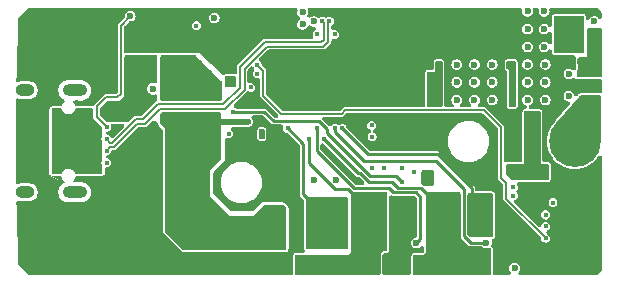
<source format=gbr>
%TF.GenerationSoftware,KiCad,Pcbnew,8.0.3*%
%TF.CreationDate,2024-10-12T12:31:44+02:00*%
%TF.ProjectId,Parkside-100W-Brick,5061726b-7369-4646-952d-313030572d42,rev?*%
%TF.SameCoordinates,Original*%
%TF.FileFunction,Copper,L3,Inr*%
%TF.FilePolarity,Positive*%
%FSLAX46Y46*%
G04 Gerber Fmt 4.6, Leading zero omitted, Abs format (unit mm)*
G04 Created by KiCad (PCBNEW 8.0.3) date 2024-10-12 12:31:44*
%MOMM*%
%LPD*%
G01*
G04 APERTURE LIST*
%TA.AperFunction,ComponentPad*%
%ADD10C,0.700000*%
%TD*%
%TA.AperFunction,ComponentPad*%
%ADD11C,4.400000*%
%TD*%
%TA.AperFunction,ComponentPad*%
%ADD12O,2.100000X1.000000*%
%TD*%
%TA.AperFunction,ComponentPad*%
%ADD13O,1.600000X1.000000*%
%TD*%
%TA.AperFunction,ComponentPad*%
%ADD14R,6.500000X1.500000*%
%TD*%
%TA.AperFunction,ViaPad*%
%ADD15C,0.600000*%
%TD*%
%TA.AperFunction,ViaPad*%
%ADD16C,0.450000*%
%TD*%
%TA.AperFunction,Conductor*%
%ADD17C,0.200000*%
%TD*%
%TA.AperFunction,Conductor*%
%ADD18C,0.250000*%
%TD*%
%TA.AperFunction,Conductor*%
%ADD19C,0.172000*%
%TD*%
%TA.AperFunction,Conductor*%
%ADD20C,0.125000*%
%TD*%
%TA.AperFunction,Conductor*%
%ADD21C,0.500000*%
%TD*%
G04 APERTURE END LIST*
D10*
%TO.N,Net-(J1-Pin_1)*%
%TO.C,J1*%
X195850000Y-100000000D03*
X196333274Y-98833274D03*
X196333274Y-101166726D03*
X197500000Y-98350000D03*
D11*
X197500000Y-100000000D03*
D10*
X197500000Y-101650000D03*
X198666726Y-98833274D03*
X198666726Y-101166726D03*
X199150000Y-100000000D03*
%TD*%
D12*
%TO.N,GND*%
%TO.C,J2*%
X155155000Y-95680000D03*
D13*
X150975000Y-95680000D03*
D12*
X155155000Y-104320000D03*
D13*
X150975000Y-104320000D03*
%TD*%
D10*
%TO.N,GND*%
%TO.C,J3*%
X156230000Y-90850000D03*
X157396726Y-91333274D03*
X155063274Y-91333274D03*
X157880000Y-92500000D03*
D11*
X156230000Y-92500000D03*
D10*
X154580000Y-92500000D03*
X157396726Y-93666726D03*
X155063274Y-93666726D03*
X156230000Y-94150000D03*
%TD*%
%TO.N,GND*%
%TO.C,J6*%
X156230000Y-109150000D03*
X155063274Y-108666726D03*
X157396726Y-108666726D03*
X154580000Y-107500000D03*
D11*
X156230000Y-107500000D03*
D10*
X157880000Y-107500000D03*
X155063274Y-106333274D03*
X157396726Y-106333274D03*
X156230000Y-105850000D03*
%TD*%
D14*
%TO.N,/IP2368 Buck-Boost-Converter/HB2*%
%TO.C,L1*%
X187100000Y-110500000D03*
%TO.N,/IP2368 Buck-Boost-Converter/HB1*%
X177100000Y-110500000D03*
%TD*%
D15*
%TO.N,GND*%
X163500000Y-110500000D03*
X189000000Y-91500000D03*
X152500000Y-101500000D03*
X177000000Y-96000000D03*
X173000000Y-95000000D03*
X159000000Y-110500000D03*
X151500000Y-92500000D03*
X190275352Y-98975000D03*
X162000000Y-109000000D03*
X183000000Y-94500000D03*
X169250000Y-101450000D03*
X175000000Y-97000000D03*
X192200000Y-91600000D03*
X152500000Y-98500000D03*
X189525000Y-101775352D03*
X160500000Y-101500000D03*
D16*
X195025000Y-109200000D03*
D15*
X182200000Y-107025000D03*
X182933333Y-105700000D03*
X151500000Y-94000000D03*
X157500000Y-89500000D03*
X153000000Y-92500000D03*
X159000000Y-104500000D03*
X181100000Y-99600000D03*
D16*
X169550000Y-99850000D03*
D15*
X177000000Y-94000000D03*
X181500000Y-90000000D03*
X199500000Y-110500000D03*
X172500000Y-89190000D03*
X180400000Y-89200000D03*
X151500000Y-109000000D03*
X173000000Y-94000000D03*
X161850000Y-100100000D03*
X153000000Y-110500000D03*
X189000000Y-90000000D03*
X173000000Y-96000000D03*
X186000000Y-90000000D03*
X185800000Y-98800000D03*
X153000000Y-95500000D03*
X177000000Y-97000000D03*
X151000000Y-100000000D03*
X154500000Y-110500000D03*
X152500000Y-100000000D03*
X152500000Y-103000000D03*
X171025352Y-102475000D03*
X151500000Y-107500000D03*
X171000000Y-110500000D03*
X185250000Y-91600000D03*
X178800000Y-89200000D03*
X175000000Y-95000000D03*
X166500000Y-110500000D03*
X159500000Y-107000000D03*
X157750000Y-95000000D03*
X181500000Y-94500000D03*
D16*
X169850000Y-92275000D03*
D15*
X181100000Y-98800000D03*
X151000000Y-101500000D03*
X183000000Y-90000000D03*
X151000000Y-97000000D03*
X192200000Y-89200000D03*
X185800000Y-99600000D03*
X153000000Y-107500000D03*
X153000000Y-89500000D03*
X181500000Y-93000000D03*
X186000000Y-91500000D03*
X159000000Y-106000000D03*
X182933333Y-106350000D03*
X182200000Y-106350000D03*
X181100000Y-98000000D03*
X174000000Y-94000000D03*
X154500000Y-89500000D03*
X182200000Y-107700000D03*
X152500000Y-97000000D03*
X187500000Y-90000000D03*
X169250000Y-105550000D03*
X192200000Y-90000000D03*
X183666666Y-107025000D03*
X174000000Y-93000000D03*
X199500000Y-102900000D03*
X181900000Y-99600000D03*
X175000000Y-93000000D03*
X188500000Y-102050000D03*
X190550000Y-100000000D03*
X182933333Y-107025000D03*
X190275352Y-101025000D03*
X173000000Y-93000000D03*
X181900000Y-100400000D03*
X151500000Y-91000000D03*
X185250000Y-90800000D03*
X185250000Y-89200000D03*
X190500000Y-90000000D03*
X167474648Y-102475000D03*
X184500000Y-90000000D03*
X186724648Y-98975000D03*
X151500000Y-106000000D03*
X160300000Y-107000000D03*
X175000000Y-94000000D03*
D16*
X168675000Y-100275000D03*
D15*
X161100000Y-107000000D03*
X160500000Y-110500000D03*
X183666666Y-107700000D03*
X183666666Y-105700000D03*
X153000000Y-104500000D03*
X181900000Y-98000000D03*
X183000000Y-91500000D03*
X176000000Y-96000000D03*
X198300000Y-102900000D03*
X162000000Y-106000000D03*
X157500000Y-104500000D03*
X162000000Y-101500000D03*
X174000000Y-96000000D03*
X165000000Y-110500000D03*
X160500000Y-104500000D03*
X171300000Y-103500000D03*
X173000000Y-97000000D03*
X181500000Y-91500000D03*
X157500000Y-110500000D03*
X174000000Y-95000000D03*
X176000000Y-97000000D03*
X176000000Y-94000000D03*
X182925000Y-108375000D03*
X160900000Y-99300000D03*
D16*
X168075000Y-100275000D03*
D15*
X182933333Y-107700000D03*
X182200000Y-105700000D03*
X158500000Y-95000000D03*
X181100000Y-100400000D03*
X160500000Y-103000000D03*
X151500000Y-110500000D03*
X157000000Y-95000000D03*
D16*
X169350000Y-96775000D03*
D15*
X181900000Y-98800000D03*
X158500000Y-95750000D03*
X198300000Y-110500000D03*
X162000000Y-110500000D03*
X153000000Y-94000000D03*
X187475000Y-98224648D03*
X170275000Y-105275352D03*
X168000000Y-110500000D03*
X176000000Y-93000000D03*
X162000000Y-103000000D03*
X177000000Y-95000000D03*
X185000000Y-98000000D03*
X186724648Y-101025000D03*
X177000000Y-93000000D03*
X153000000Y-91000000D03*
X187475000Y-101775352D03*
X159000000Y-109000000D03*
X183666666Y-106350000D03*
X157750000Y-95750000D03*
X172500000Y-110500000D03*
X185250000Y-90000000D03*
X174000000Y-97000000D03*
X159000000Y-101500000D03*
X168225000Y-105275352D03*
X168225000Y-101724648D03*
X192200000Y-99300000D03*
X192200000Y-101200000D03*
X156000000Y-110500000D03*
X166962500Y-90350000D03*
X185800000Y-98000000D03*
X192200000Y-98400000D03*
X185000000Y-98800000D03*
D16*
X169850000Y-96775000D03*
D15*
X189525000Y-98224648D03*
X167474648Y-104525000D03*
X160500000Y-109000000D03*
X158800000Y-98850000D03*
X160500000Y-106000000D03*
X162000000Y-104500000D03*
X175000000Y-96000000D03*
X176000000Y-95000000D03*
X192200000Y-100300000D03*
X183666666Y-105050000D03*
X167200000Y-103500000D03*
X187500000Y-91500000D03*
X192200000Y-90800000D03*
X153000000Y-106000000D03*
X185000000Y-99600000D03*
X177800000Y-89200000D03*
X159000000Y-103000000D03*
X151000000Y-103000000D03*
D16*
X170900000Y-100450000D03*
D15*
X179050000Y-103300000D03*
X173650000Y-103300000D03*
X188500000Y-97950000D03*
X151000000Y-98500000D03*
X191750000Y-108750000D03*
X184500000Y-91500000D03*
X151500000Y-89500000D03*
X161900000Y-107000000D03*
X183000000Y-93000000D03*
X182850000Y-110850000D03*
X157000000Y-95750000D03*
X169500000Y-110500000D03*
X161050000Y-100100000D03*
X158500000Y-94250000D03*
X182191666Y-108375000D03*
X160250000Y-100100000D03*
X186450000Y-100000000D03*
X190500000Y-91500000D03*
X171025352Y-104525000D03*
X156000000Y-89500000D03*
X153000000Y-109000000D03*
X170275000Y-101724648D03*
%TO.N,Net-(J1-Pin_1)*%
X198100000Y-96400000D03*
X198100000Y-97050000D03*
X199400000Y-96400000D03*
X198750000Y-97700000D03*
X198750000Y-97050000D03*
X199400000Y-97050000D03*
X199400000Y-97700000D03*
X199400000Y-98350000D03*
X198750000Y-96400000D03*
%TO.N,/IP2368 Buck-Boost-Converter/HB2*%
X186750000Y-107000000D03*
X186750000Y-108500000D03*
X186000000Y-104750000D03*
X187500000Y-104750000D03*
X185250000Y-107750000D03*
X186750000Y-107750000D03*
X186000000Y-107000000D03*
X186000000Y-106250000D03*
X186750000Y-105500000D03*
X186000000Y-105500000D03*
X187500000Y-107750000D03*
X187500000Y-107000000D03*
X187500000Y-106250000D03*
X186000000Y-108500000D03*
X185250000Y-108500000D03*
X186750000Y-104750000D03*
D16*
X176220000Y-99800000D03*
D15*
X185250000Y-105500000D03*
X187500000Y-108500000D03*
X185250000Y-106250000D03*
X185250000Y-104750000D03*
X187500000Y-105500000D03*
X186750000Y-106250000D03*
X186000000Y-107750000D03*
X185250000Y-107000000D03*
%TO.N,/IP2368 Buck-Boost-Converter/HB1*%
X179000000Y-109250000D03*
X181250000Y-104750000D03*
X179750000Y-107000000D03*
X181250000Y-106250000D03*
X179000000Y-107750000D03*
X181250000Y-107000000D03*
X179000000Y-107000000D03*
X179750000Y-107750000D03*
X180500000Y-109250000D03*
X180500000Y-107000000D03*
X179750000Y-106250000D03*
X179000000Y-104750000D03*
X180500000Y-105500000D03*
X179750000Y-104750000D03*
X179750000Y-108500000D03*
D16*
X174980000Y-99800000D03*
D15*
X180500000Y-107750000D03*
X180500000Y-104750000D03*
X181250000Y-105500000D03*
X179750000Y-109250000D03*
X179000000Y-106250000D03*
X181250000Y-108500000D03*
X179000000Y-105500000D03*
X180500000Y-108500000D03*
X180500000Y-106250000D03*
X181250000Y-107750000D03*
X179000000Y-108500000D03*
X179750000Y-105500000D03*
D16*
%TO.N,/Battery Interface/I^{2}C_INT*%
X195025000Y-108200000D03*
X170600000Y-93510000D03*
%TO.N,+5V*%
X185300000Y-103500000D03*
X184750000Y-102700000D03*
X184750000Y-103500000D03*
X168075000Y-95175000D03*
D15*
X177250000Y-103300000D03*
X175450000Y-103300000D03*
D16*
X168075000Y-94675000D03*
X171000000Y-99150000D03*
X168575000Y-94675000D03*
X168575000Y-95175000D03*
X185300000Y-102700000D03*
X171000000Y-99600000D03*
X185025000Y-103100000D03*
%TO.N,/IP2368 Buck-Boost-Converter/HLED*%
X170600000Y-94275000D03*
X165450000Y-90210000D03*
%TO.N,/Connector/PORT1_D+*%
X157875000Y-100800000D03*
X176725000Y-89825000D03*
D15*
%TO.N,/Connector/PORT1_CC2*%
X166962500Y-89550000D03*
D16*
X157850000Y-101800000D03*
X177175000Y-90950000D03*
%TO.N,/Connector/PORT1_CC1*%
X157850000Y-98800000D03*
X175675000Y-90950000D03*
D15*
X159862500Y-89400000D03*
%TO.N,/IP2368 Buck-Boost-Converter/HB_IN*%
X176500000Y-105750000D03*
X175000000Y-108750000D03*
X175000000Y-108000000D03*
X175750000Y-105750000D03*
X175750000Y-106500000D03*
X176500000Y-107250000D03*
X175750000Y-108000000D03*
X178000000Y-108750000D03*
X178000000Y-108000000D03*
X176500000Y-108000000D03*
X175000000Y-106500000D03*
X175750000Y-108750000D03*
X176500000Y-108750000D03*
D16*
X173175000Y-98900000D03*
D15*
X177250000Y-108750000D03*
X175750000Y-107250000D03*
X177250000Y-108000000D03*
X178000000Y-107250000D03*
X176500000Y-106500000D03*
X177250000Y-106500000D03*
X177250000Y-105750000D03*
X175000000Y-107250000D03*
X178000000Y-105000000D03*
X178000000Y-105750000D03*
X175000000Y-105750000D03*
X178000000Y-106500000D03*
X177250000Y-107250000D03*
D16*
%TO.N,/IP2368 Buck-Boost-Converter/LG2*%
X175680000Y-98895000D03*
D15*
X184090005Y-108605004D03*
%TO.N,/IP2368 Buck-Boost-Converter/HB_BAT*%
X190250000Y-107000000D03*
D16*
X192300000Y-104600000D03*
D15*
X190250000Y-104750000D03*
X188750000Y-106250000D03*
X188750000Y-107750000D03*
X189500000Y-104750000D03*
X189500000Y-107000000D03*
X188750000Y-105500000D03*
X188750000Y-104750000D03*
D16*
X180335000Y-99620000D03*
D15*
X189500000Y-106250000D03*
X190250000Y-106250000D03*
D16*
X177800000Y-98900000D03*
D15*
X190250000Y-105500000D03*
X188750000Y-107000000D03*
X189500000Y-105500000D03*
D16*
%TO.N,/IP2368 Buck-Boost-Converter/HG2*%
X177200000Y-98900000D03*
D15*
X190009995Y-108605004D03*
D16*
%TO.N,/Connector/PORT1_D-*%
X157850000Y-99800000D03*
X176125000Y-89814070D03*
D15*
%TO.N,/Connector/POWER_VBUS*%
X158925000Y-96825000D03*
X153500000Y-98000000D03*
X160900000Y-96300000D03*
X154500000Y-100000000D03*
X161150000Y-93150000D03*
X161150000Y-93850000D03*
X160900000Y-97000000D03*
X157575000Y-97525000D03*
X158925000Y-97525000D03*
X158250000Y-96825000D03*
X160900000Y-95600000D03*
X159600000Y-95250000D03*
X159600000Y-96650000D03*
X160450000Y-93850000D03*
X160275000Y-97350000D03*
X159750000Y-93850000D03*
X154500000Y-99000000D03*
X153500000Y-100000000D03*
X154500000Y-101000000D03*
X161150000Y-94550000D03*
X153500000Y-99000000D03*
X159600000Y-97350000D03*
X154750000Y-102000000D03*
X153500000Y-102000000D03*
X159600000Y-95950000D03*
X160275000Y-95950000D03*
X160450000Y-93150000D03*
X160275000Y-96650000D03*
X159750000Y-94550000D03*
X158250000Y-97525000D03*
X160275000Y-95250000D03*
X153500000Y-101000000D03*
X160450000Y-94550000D03*
X154750000Y-98000000D03*
%TO.N,/Battery Interface/VBAT*%
X199500000Y-94075000D03*
X198825000Y-92050000D03*
X198150000Y-94075000D03*
X198825000Y-94075000D03*
X199500000Y-92725000D03*
X199500000Y-92050000D03*
X199500000Y-90700000D03*
X198150000Y-93400000D03*
X198825000Y-91375000D03*
X198825000Y-93400000D03*
X199500000Y-93400000D03*
X198825000Y-92725000D03*
X198825000Y-90700000D03*
X199500000Y-91375000D03*
%TO.N,+3.3V*%
X174450000Y-89090000D03*
D16*
X180300000Y-102240000D03*
X195650000Y-105200000D03*
X183900000Y-102625000D03*
X168200000Y-99367500D03*
D15*
%TO.N,/IP2368 Buck-Boost-Converter/BAT*%
X192000000Y-93500000D03*
X193500000Y-98500000D03*
X194900000Y-92000000D03*
X193500000Y-100750000D03*
X194250000Y-100750000D03*
X197975000Y-90950000D03*
X193500000Y-95000000D03*
X196025000Y-89650000D03*
X193500000Y-97750000D03*
X194900000Y-90500000D03*
X196675000Y-89650000D03*
X187500000Y-95000000D03*
X193500000Y-96500000D03*
X197325000Y-90950000D03*
X193500000Y-89000000D03*
X194250000Y-97750000D03*
X192750000Y-102250000D03*
X197325000Y-92250000D03*
X192200000Y-94400000D03*
X196025000Y-92250000D03*
X196025000Y-90950000D03*
X192200000Y-95200000D03*
X193500000Y-102250000D03*
X194250000Y-102250000D03*
X194250000Y-101500000D03*
D16*
X192300000Y-103900000D03*
D15*
X197975000Y-89650000D03*
X196025000Y-90300000D03*
X195000000Y-96500000D03*
X192200000Y-96800000D03*
X186000000Y-95000000D03*
X189000000Y-96500000D03*
X185250000Y-96800000D03*
X195000000Y-103000000D03*
X192000000Y-102250000D03*
X195000000Y-95000000D03*
X196675000Y-90300000D03*
X194900000Y-89000000D03*
X197325000Y-89650000D03*
X187500000Y-96500000D03*
X189000000Y-93500000D03*
X197975000Y-91600000D03*
X187500000Y-93500000D03*
X189000000Y-95000000D03*
X195000000Y-93500000D03*
X192200000Y-96000000D03*
X194250000Y-99250000D03*
X186000000Y-96500000D03*
X190500000Y-93500000D03*
X193500000Y-92000000D03*
X193500000Y-93500000D03*
X194250000Y-103000000D03*
X196025000Y-91600000D03*
X197325000Y-90300000D03*
X197975000Y-90300000D03*
X193500000Y-103000000D03*
X196675000Y-92250000D03*
X190500000Y-95000000D03*
X195000000Y-102250000D03*
X192750000Y-103000000D03*
D16*
X180305000Y-98650000D03*
D15*
X194250000Y-98500000D03*
X193500000Y-99250000D03*
X194250000Y-100000000D03*
X197975000Y-92250000D03*
X185250000Y-94400000D03*
X193500000Y-90500000D03*
X190500000Y-96500000D03*
X197325000Y-91600000D03*
X186000000Y-93500000D03*
X193500000Y-101500000D03*
X185250000Y-95200000D03*
X185250000Y-96000000D03*
X196675000Y-90950000D03*
X196675000Y-91600000D03*
X193500000Y-100000000D03*
D16*
%TO.N,/IP2368 Buck-Boost-Converter/VBUS_G*%
X170050000Y-95425000D03*
D15*
X161800000Y-95550000D03*
%TO.N,Net-(Q3-D)*%
X197000000Y-96160000D03*
X192400000Y-110750000D03*
%TO.N,Net-(Q5-G)*%
X197000000Y-94310000D03*
X199150000Y-89850000D03*
%TO.N,/IP2368 Buck-Boost-Converter/CSP1*%
X166200000Y-94800000D03*
X163500000Y-101750000D03*
X165500000Y-108750000D03*
X164500000Y-101750000D03*
X163500000Y-99750000D03*
X163500000Y-106750000D03*
X165675000Y-93400000D03*
X165500000Y-103750000D03*
X164100000Y-95500000D03*
X164800000Y-96200000D03*
X163500000Y-103750000D03*
X164500000Y-108750000D03*
X166250000Y-100100000D03*
X167690000Y-106300000D03*
X164500000Y-105750000D03*
X163400000Y-96200000D03*
X162700000Y-96200000D03*
X168500000Y-108750000D03*
X167100000Y-107000000D03*
X162700000Y-93400000D03*
X167275000Y-96225000D03*
X163500000Y-104750000D03*
X166500000Y-105750000D03*
X162700000Y-95500000D03*
X166300000Y-107000000D03*
X163500000Y-107750000D03*
X165500000Y-95500000D03*
X167500000Y-108750000D03*
X170820000Y-106300000D03*
X172500000Y-108750000D03*
X165500000Y-98750000D03*
X164650000Y-100100000D03*
X170500000Y-107750000D03*
X163500000Y-105750000D03*
X164800000Y-94100000D03*
X164100000Y-96200000D03*
X167300000Y-98800000D03*
X162700000Y-94100000D03*
X163400000Y-94800000D03*
X165500000Y-102750000D03*
X169500000Y-107750000D03*
X166900000Y-97900000D03*
X163400000Y-94100000D03*
X163900000Y-97900000D03*
X172375000Y-105725000D03*
X165500000Y-107000000D03*
X164100000Y-93400000D03*
X164900000Y-97900000D03*
D16*
X169350000Y-98350000D03*
X169850000Y-98350000D03*
D15*
X166500000Y-101750000D03*
X167050000Y-100100000D03*
X166500000Y-108750000D03*
X164800000Y-95500000D03*
X164500000Y-103750000D03*
X165500000Y-105750000D03*
X162900000Y-97900000D03*
X164100000Y-94100000D03*
X169500000Y-108750000D03*
X162700000Y-94800000D03*
X171500000Y-106750000D03*
X166200000Y-96200000D03*
X165450000Y-100100000D03*
X164100000Y-94800000D03*
X166200000Y-95500000D03*
X164500000Y-102750000D03*
X171500000Y-107750000D03*
X170500000Y-108750000D03*
X163400000Y-95500000D03*
X166500000Y-94200000D03*
X165900000Y-97900000D03*
X163500000Y-102750000D03*
X164800000Y-94800000D03*
X163500000Y-98750000D03*
X165500000Y-94800000D03*
X167275000Y-95050000D03*
X168500000Y-107750000D03*
X164500000Y-104750000D03*
X166500000Y-98750000D03*
X165500000Y-101750000D03*
X165500000Y-104750000D03*
X164700000Y-107000000D03*
X163500000Y-100750000D03*
X172500000Y-107750000D03*
X165500000Y-96200000D03*
X171500000Y-108750000D03*
X165500000Y-94100000D03*
X169250000Y-106710000D03*
X164800000Y-93400000D03*
X163400000Y-93400000D03*
X164500000Y-98750000D03*
D16*
%TO.N,/Battery Interface/I^{2}C_SDA*%
X182900000Y-102300000D03*
X195025000Y-107200000D03*
D15*
X175400000Y-89850000D03*
D16*
%TO.N,/Battery Interface/I^{2}C_SCL*%
X195025000Y-106200000D03*
X181350000Y-102300000D03*
D15*
X174450000Y-90110000D03*
D16*
%TO.N,Net-(R25-C)*%
X168575000Y-97500000D03*
X182900000Y-103450000D03*
%TD*%
D17*
%TO.N,/Battery Interface/I^{2}C_INT*%
X191225000Y-98775000D02*
X191225000Y-103100000D01*
X191687500Y-104862500D02*
X195025000Y-108200000D01*
X191225000Y-103100000D02*
X191687500Y-103562500D01*
X191687500Y-103562500D02*
X191687500Y-104862500D01*
D18*
%TO.N,/IP2368 Buck-Boost-Converter/HB2*%
X179310000Y-102710000D02*
X180030000Y-103430000D01*
X182020000Y-103430000D02*
X182530000Y-103940000D01*
X179130000Y-102710000D02*
X179310000Y-102710000D01*
X182530000Y-103940000D02*
X184440000Y-103940000D01*
X184440000Y-103940000D02*
X185250000Y-104750000D01*
X176220000Y-99800000D02*
X179130000Y-102710000D01*
X180030000Y-103430000D02*
X182020000Y-103430000D01*
%TO.N,/IP2368 Buck-Boost-Converter/HB1*%
X178300000Y-104050000D02*
X179000000Y-104750000D01*
X177175000Y-104050000D02*
X178300000Y-104050000D01*
X174980000Y-99800000D02*
X174980000Y-101855000D01*
X174980000Y-101855000D02*
X177175000Y-104050000D01*
D17*
%TO.N,/Battery Interface/I^{2}C_INT*%
X177750000Y-97650000D02*
X178025000Y-97375000D01*
X171100000Y-96125000D02*
X172625000Y-97650000D01*
X170600000Y-93510000D02*
X171100000Y-94010000D01*
X189825000Y-97375000D02*
X191225000Y-98775000D01*
X171100000Y-94010000D02*
X171100000Y-96125000D01*
X172625000Y-97650000D02*
X177750000Y-97650000D01*
X178025000Y-97375000D02*
X189825000Y-97375000D01*
D19*
%TO.N,/Connector/PORT1_D+*%
X157875000Y-100800000D02*
X158174900Y-100500100D01*
X176725000Y-89825000D02*
X176618065Y-89931935D01*
X167912400Y-97261000D02*
X169536000Y-95637400D01*
D17*
X176725000Y-89825000D02*
X176687500Y-89862500D01*
D19*
X161098400Y-98550000D02*
X162387400Y-97261000D01*
X169536000Y-93862400D02*
X171412400Y-91986000D01*
X171412400Y-91986000D02*
X176212400Y-91986000D01*
X158465208Y-100500100D02*
X160415308Y-98550000D01*
D20*
X176582965Y-89967035D02*
X176725000Y-89825000D01*
D19*
X169536000Y-95637400D02*
X169536000Y-93862400D01*
X176641466Y-89908534D02*
X176725000Y-89825000D01*
X160415308Y-98550000D02*
X161098400Y-98550000D01*
X176641466Y-91556934D02*
X176641466Y-89908534D01*
X162387400Y-97261000D02*
X167912400Y-97261000D01*
X176212400Y-91986000D02*
X176641466Y-91556934D01*
X158174900Y-100500100D02*
X158465208Y-100500100D01*
D17*
%TO.N,/Connector/PORT1_CC1*%
X159050000Y-96000000D02*
X158773000Y-96277000D01*
X159862500Y-89400000D02*
X159050000Y-90212500D01*
X158773000Y-96277000D02*
X157773000Y-96277000D01*
X157773000Y-96277000D02*
X157000000Y-97050000D01*
X159050000Y-90212500D02*
X159050000Y-96000000D01*
X157000000Y-97050000D02*
X157000000Y-97950000D01*
X157000000Y-97950000D02*
X157850000Y-98800000D01*
D18*
%TO.N,/IP2368 Buck-Boost-Converter/HB_IN*%
X175000000Y-104990000D02*
X175000000Y-105750000D01*
X174480000Y-104470000D02*
X175000000Y-104990000D01*
X174480000Y-100200000D02*
X174480000Y-104470000D01*
X173175000Y-98900000D02*
X173180000Y-98900000D01*
X173180000Y-98900000D02*
X174480000Y-100200000D01*
%TO.N,/IP2368 Buck-Boost-Converter/LG2*%
X178825000Y-103975000D02*
X175675000Y-100825000D01*
X175675000Y-98900000D02*
X175680000Y-98895000D01*
X181775000Y-103975000D02*
X178825000Y-103975000D01*
X184400000Y-104700000D02*
X184025000Y-104325000D01*
X184090005Y-108605004D02*
X184400000Y-108295009D01*
X184400000Y-108295009D02*
X184400000Y-104700000D01*
X184025000Y-104325000D02*
X182125000Y-104325000D01*
X182125000Y-104325000D02*
X181775000Y-103975000D01*
X175675000Y-100825000D02*
X175675000Y-98900000D01*
%TO.N,/IP2368 Buck-Boost-Converter/HB_BAT*%
X177800000Y-98900000D02*
X180000000Y-101100000D01*
X188750000Y-103975000D02*
X188750000Y-104750000D01*
X180000000Y-101100000D02*
X185875000Y-101100000D01*
X185875000Y-101100000D02*
X188750000Y-103975000D01*
%TO.N,/IP2368 Buck-Boost-Converter/HG2*%
X177200000Y-99200000D02*
X179625000Y-101625000D01*
X188100000Y-104000000D02*
X188100000Y-108000000D01*
X185725000Y-101625000D02*
X188100000Y-104000000D01*
X177200000Y-98900000D02*
X177200000Y-99200000D01*
X188100000Y-108000000D02*
X188705004Y-108605004D01*
X179625000Y-101625000D02*
X185725000Y-101625000D01*
X188705004Y-108605004D02*
X190009995Y-108605004D01*
D19*
%TO.N,/Connector/PORT1_D-*%
X160926600Y-98125000D02*
X162212600Y-96839000D01*
X176219464Y-91382136D02*
X176219464Y-89908534D01*
X160309692Y-98125000D02*
X160926600Y-98125000D01*
X158309792Y-100124900D02*
X160309692Y-98125000D01*
X176219464Y-89908534D02*
X176125000Y-89814070D01*
X158174900Y-100124900D02*
X158309792Y-100124900D01*
X169114000Y-95462600D02*
X169114000Y-93687600D01*
X162212600Y-96839000D02*
X167737600Y-96839000D01*
X167737600Y-96839000D02*
X169114000Y-95462600D01*
X157850000Y-99800000D02*
X158174900Y-100124900D01*
X169114000Y-93687600D02*
X171237600Y-91564000D01*
X176037600Y-91564000D02*
X176219464Y-91382136D01*
X171237600Y-91564000D02*
X176037600Y-91564000D01*
D17*
%TO.N,/Connector/POWER_VBUS*%
X161150000Y-93850000D02*
X161150000Y-93750000D01*
D21*
%TO.N,/IP2368 Buck-Boost-Converter/CSP1*%
X167050000Y-98050000D02*
X166900000Y-97900000D01*
X169850000Y-98350000D02*
X167050000Y-98350000D01*
D18*
%TO.N,Net-(R25-C)*%
X176500000Y-99300000D02*
X180125000Y-102925000D01*
X180125000Y-102925000D02*
X182375000Y-102925000D01*
X168575000Y-97500000D02*
X171200000Y-97500000D01*
X172000000Y-98300000D02*
X175875000Y-98300000D01*
X182375000Y-102925000D02*
X182900000Y-103450000D01*
X171200000Y-97500000D02*
X172000000Y-98300000D01*
X175875000Y-98300000D02*
X176500000Y-98925000D01*
X176500000Y-98925000D02*
X176500000Y-99300000D01*
%TD*%
%TA.AperFunction,Conductor*%
%TO.N,+5V*%
G36*
X171168039Y-98944685D02*
G01*
X171213794Y-98997489D01*
X171225000Y-99049000D01*
X171225000Y-99701000D01*
X171205315Y-99768039D01*
X171152511Y-99813794D01*
X171101000Y-99825000D01*
X170899000Y-99825000D01*
X170831961Y-99805315D01*
X170786206Y-99752511D01*
X170775000Y-99701000D01*
X170775000Y-99049000D01*
X170794685Y-98981961D01*
X170847489Y-98936206D01*
X170899000Y-98925000D01*
X171101000Y-98925000D01*
X171168039Y-98944685D01*
G37*
%TD.AperFunction*%
%TD*%
%TA.AperFunction,Conductor*%
%TO.N,Net-(J1-Pin_1)*%
G36*
X199643039Y-96119685D02*
G01*
X199688794Y-96172489D01*
X199700000Y-96224000D01*
X199700000Y-99876000D01*
X199680315Y-99943039D01*
X199627511Y-99988794D01*
X199576000Y-100000000D01*
X197551362Y-100000000D01*
X197484323Y-99980315D01*
X197463681Y-99963681D01*
X196031906Y-98531906D01*
X195998421Y-98470583D01*
X196003405Y-98400891D01*
X196026140Y-98362717D01*
X197962938Y-96142486D01*
X198021842Y-96104907D01*
X198056381Y-96100000D01*
X199576000Y-96100000D01*
X199643039Y-96119685D01*
G37*
%TD.AperFunction*%
%TD*%
%TA.AperFunction,Conductor*%
%TO.N,/IP2368 Buck-Boost-Converter/CSP1*%
G36*
X170018039Y-98144685D02*
G01*
X170063794Y-98197489D01*
X170075000Y-98249000D01*
X170075000Y-98451000D01*
X170055315Y-98518039D01*
X170002511Y-98563794D01*
X169951000Y-98575000D01*
X169249000Y-98575000D01*
X169181961Y-98555315D01*
X169136206Y-98502511D01*
X169125000Y-98451000D01*
X169125000Y-98249000D01*
X169144685Y-98181961D01*
X169197489Y-98136206D01*
X169249000Y-98125000D01*
X169951000Y-98125000D01*
X170018039Y-98144685D01*
G37*
%TD.AperFunction*%
%TD*%
%TA.AperFunction,Conductor*%
%TO.N,+5V*%
G36*
X168743039Y-94469685D02*
G01*
X168788794Y-94522489D01*
X168800000Y-94574000D01*
X168800000Y-95276000D01*
X168780315Y-95343039D01*
X168727511Y-95388794D01*
X168676000Y-95400000D01*
X167974000Y-95400000D01*
X167906961Y-95380315D01*
X167861206Y-95327511D01*
X167850000Y-95276000D01*
X167850000Y-94574000D01*
X167869685Y-94506961D01*
X167922489Y-94461206D01*
X167974000Y-94450000D01*
X168676000Y-94450000D01*
X168743039Y-94469685D01*
G37*
%TD.AperFunction*%
%TD*%
%TA.AperFunction,Conductor*%
%TO.N,/IP2368 Buck-Boost-Converter/HB1*%
G36*
X181568039Y-104319685D02*
G01*
X181613794Y-104372489D01*
X181625000Y-104424000D01*
X181625000Y-109176000D01*
X181605315Y-109243039D01*
X181552511Y-109288794D01*
X181501000Y-109300000D01*
X181249999Y-109300000D01*
X181050000Y-109499999D01*
X181050000Y-111175500D01*
X181030315Y-111242539D01*
X180977511Y-111288294D01*
X180926000Y-111299500D01*
X173899000Y-111299500D01*
X173831961Y-111279815D01*
X173786206Y-111227011D01*
X173775000Y-111175500D01*
X173775000Y-109724000D01*
X173794685Y-109656961D01*
X173847489Y-109611206D01*
X173899000Y-109600000D01*
X178400000Y-109600000D01*
X178575000Y-109400000D01*
X178575000Y-104424000D01*
X178594685Y-104356961D01*
X178647489Y-104311206D01*
X178699000Y-104300000D01*
X181501000Y-104300000D01*
X181568039Y-104319685D01*
G37*
%TD.AperFunction*%
%TD*%
%TA.AperFunction,Conductor*%
%TO.N,/Battery Interface/VBAT*%
G36*
X199742539Y-90419685D02*
G01*
X199788294Y-90472489D01*
X199799500Y-90524000D01*
X199799500Y-94425660D01*
X199779815Y-94492699D01*
X199727011Y-94538454D01*
X199660556Y-94548756D01*
X199629479Y-94544983D01*
X199625500Y-94544500D01*
X199625499Y-94544500D01*
X197824000Y-94544500D01*
X197756961Y-94524815D01*
X197711206Y-94472011D01*
X197700000Y-94420500D01*
X197700000Y-93991476D01*
X197710697Y-93945616D01*
X197709560Y-93945217D01*
X197712038Y-93938151D01*
X197712044Y-93938140D01*
X197729948Y-93856805D01*
X197733535Y-93819490D01*
X197729578Y-93661220D01*
X197717218Y-93166775D01*
X197713726Y-93027099D01*
X197731729Y-92959589D01*
X197783373Y-92912528D01*
X197837687Y-92900000D01*
X198525000Y-92900000D01*
X198525000Y-90524000D01*
X198544685Y-90456961D01*
X198597489Y-90411206D01*
X198649000Y-90400000D01*
X199675500Y-90400000D01*
X199742539Y-90419685D01*
G37*
%TD.AperFunction*%
%TD*%
%TA.AperFunction,Conductor*%
%TO.N,/IP2368 Buck-Boost-Converter/CSP1*%
G36*
X167522039Y-97567185D02*
G01*
X167567794Y-97619989D01*
X167578996Y-97672439D01*
X167550384Y-101449188D01*
X167530193Y-101516077D01*
X167514069Y-101535930D01*
X166600000Y-102449999D01*
X166600000Y-102450000D01*
X166600000Y-104600000D01*
X168300000Y-106300000D01*
X170250000Y-106300000D01*
X171113681Y-105436319D01*
X171175004Y-105402834D01*
X171201362Y-105400000D01*
X172773638Y-105400000D01*
X172840677Y-105419685D01*
X172861319Y-105436319D01*
X173013681Y-105588681D01*
X173047166Y-105650004D01*
X173050000Y-105676362D01*
X173050000Y-109076000D01*
X173030315Y-109143039D01*
X172977511Y-109188794D01*
X172926000Y-109200000D01*
X164451362Y-109200000D01*
X164384323Y-109180315D01*
X164363681Y-109163681D01*
X162836319Y-107636319D01*
X162802834Y-107574996D01*
X162800000Y-107548638D01*
X162800000Y-98900000D01*
X162436319Y-98536319D01*
X162402834Y-98474996D01*
X162400000Y-98448638D01*
X162400000Y-97704935D01*
X162419685Y-97637896D01*
X162436316Y-97617256D01*
X162469756Y-97583817D01*
X162531080Y-97550333D01*
X162557436Y-97547500D01*
X167455000Y-97547500D01*
X167522039Y-97567185D01*
G37*
%TD.AperFunction*%
%TA.AperFunction,Conductor*%
G36*
X165415677Y-92719685D02*
G01*
X165436319Y-92736319D01*
X167563291Y-94863291D01*
X167596776Y-94924614D01*
X167599606Y-94951911D01*
X167588413Y-96429439D01*
X167568222Y-96496328D01*
X167515073Y-96541681D01*
X167464417Y-96552500D01*
X162524000Y-96552500D01*
X162456961Y-96532815D01*
X162411206Y-96480011D01*
X162400000Y-96428500D01*
X162400000Y-92824000D01*
X162419685Y-92756961D01*
X162472489Y-92711206D01*
X162524000Y-92700000D01*
X165348638Y-92700000D01*
X165415677Y-92719685D01*
G37*
%TD.AperFunction*%
%TD*%
%TA.AperFunction,Conductor*%
%TO.N,/IP2368 Buck-Boost-Converter/HB2*%
G36*
X187767539Y-104319685D02*
G01*
X187813294Y-104372489D01*
X187824500Y-104424000D01*
X187824500Y-108054800D01*
X187849023Y-108114004D01*
X187857988Y-108135645D01*
X187857987Y-108135645D01*
X187866441Y-108156055D01*
X187866442Y-108156057D01*
X187866443Y-108156058D01*
X188471447Y-108761062D01*
X188548946Y-108838561D01*
X188650204Y-108880504D01*
X189595990Y-108880504D01*
X189663029Y-108900189D01*
X189689704Y-108923302D01*
X189711946Y-108948971D01*
X189820926Y-109019008D01*
X189820933Y-109019010D01*
X189945220Y-109055503D01*
X189945222Y-109055504D01*
X189945223Y-109055504D01*
X190074768Y-109055504D01*
X190074768Y-109055503D01*
X190153567Y-109032366D01*
X190199058Y-109019010D01*
X190199058Y-109019009D01*
X190199064Y-109019008D01*
X190208962Y-109012646D01*
X190275997Y-108992962D01*
X190343037Y-109012645D01*
X190388793Y-109065447D01*
X190400000Y-109116962D01*
X190400000Y-111175500D01*
X190380315Y-111242539D01*
X190327511Y-111288294D01*
X190276000Y-111299500D01*
X183924000Y-111299500D01*
X183856961Y-111279815D01*
X183811206Y-111227011D01*
X183800000Y-111175500D01*
X183800000Y-109724000D01*
X183819685Y-109656961D01*
X183872489Y-109611206D01*
X183924000Y-109600000D01*
X184700000Y-109600000D01*
X184900000Y-109400000D01*
X184900000Y-108850000D01*
X184950000Y-108850000D01*
X187800000Y-108850000D01*
X187800000Y-104400000D01*
X184950000Y-104400000D01*
X184950000Y-108850000D01*
X184900000Y-108850000D01*
X184900000Y-104424000D01*
X184919685Y-104356961D01*
X184972489Y-104311206D01*
X185024000Y-104300000D01*
X187700500Y-104300000D01*
X187767539Y-104319685D01*
G37*
%TD.AperFunction*%
%TD*%
%TA.AperFunction,Conductor*%
%TO.N,/IP2368 Buck-Boost-Converter/BAT*%
G36*
X194543039Y-97419685D02*
G01*
X194588794Y-97472489D01*
X194600000Y-97524000D01*
X194600000Y-101900000D01*
X195176000Y-101900000D01*
X195243039Y-101919685D01*
X195288794Y-101972489D01*
X195300000Y-102024000D01*
X195300000Y-103176000D01*
X195280315Y-103243039D01*
X195227511Y-103288794D01*
X195176000Y-103300000D01*
X192251362Y-103300000D01*
X192184323Y-103280315D01*
X192163681Y-103263681D01*
X191736319Y-102836319D01*
X191702834Y-102774996D01*
X191700000Y-102748638D01*
X191700000Y-102024000D01*
X191719685Y-101956961D01*
X191772489Y-101911206D01*
X191824000Y-101900000D01*
X193200000Y-101900000D01*
X193200000Y-97524000D01*
X193219685Y-97456961D01*
X193272489Y-97411206D01*
X193324000Y-97400000D01*
X194476000Y-97400000D01*
X194543039Y-97419685D01*
G37*
%TD.AperFunction*%
%TD*%
%TA.AperFunction,Conductor*%
%TO.N,GND*%
G36*
X155100069Y-96551850D02*
G01*
X155100010Y-96781740D01*
X155085515Y-96756635D01*
X155070561Y-96741681D01*
X155037076Y-96680358D01*
X155042060Y-96610666D01*
X155083932Y-96554733D01*
X155149396Y-96530316D01*
X155158242Y-96530000D01*
X155711081Y-96530000D01*
X155100069Y-96551850D01*
G37*
%TD.AperFunction*%
%TA.AperFunction,Conductor*%
G36*
X154464306Y-94841332D02*
G01*
X154357069Y-94862663D01*
X154357063Y-94862665D01*
X154202372Y-94926740D01*
X154202371Y-94926740D01*
X154063160Y-95019758D01*
X154063152Y-95019764D01*
X153944764Y-95138152D01*
X153944758Y-95138160D01*
X153851740Y-95277371D01*
X153851740Y-95277372D01*
X153787665Y-95432063D01*
X153787663Y-95432071D01*
X153755000Y-95596277D01*
X153755000Y-95763722D01*
X153787663Y-95927928D01*
X153787665Y-95927936D01*
X153851740Y-96082627D01*
X153851740Y-96082628D01*
X153944758Y-96221839D01*
X153944764Y-96221847D01*
X154063152Y-96340235D01*
X154063160Y-96340241D01*
X154202372Y-96433259D01*
X154232790Y-96445859D01*
X154287193Y-96489700D01*
X154309258Y-96555994D01*
X154300205Y-96591464D01*
X154300240Y-96581473D01*
X153750000Y-96600000D01*
X153750000Y-94650000D01*
X154464306Y-94841332D01*
G37*
%TD.AperFunction*%
%TA.AperFunction,Conductor*%
G36*
X156550000Y-96500000D02*
G01*
X155805736Y-96526615D01*
X155952928Y-96497336D01*
X155952936Y-96497334D01*
X156107627Y-96433259D01*
X156107628Y-96433259D01*
X156246839Y-96340241D01*
X156246847Y-96340235D01*
X156365235Y-96221847D01*
X156365241Y-96221839D01*
X156458259Y-96082628D01*
X156458259Y-96082627D01*
X156522334Y-95927936D01*
X156522336Y-95927928D01*
X156550000Y-95788856D01*
X156550000Y-96500000D01*
G37*
%TD.AperFunction*%
%TA.AperFunction,Conductor*%
G36*
X156550000Y-95400000D02*
G01*
X156550000Y-95571142D01*
X156522336Y-95432071D01*
X156522334Y-95432063D01*
X156503943Y-95387663D01*
X156550000Y-95400000D01*
G37*
%TD.AperFunction*%
%TD*%
%TA.AperFunction,Conductor*%
%TO.N,GND*%
G36*
X152500000Y-94650000D02*
G01*
X152500000Y-96850000D01*
X150200500Y-96850000D01*
X150200500Y-96480828D01*
X150220185Y-96413789D01*
X150272989Y-96368034D01*
X150342147Y-96358090D01*
X150371954Y-96366267D01*
X150456236Y-96401178D01*
X150456240Y-96401179D01*
X150601126Y-96429999D01*
X150601129Y-96430000D01*
X151348871Y-96430000D01*
X151348873Y-96429999D01*
X151493759Y-96401179D01*
X151493767Y-96401177D01*
X151630254Y-96344642D01*
X151630264Y-96344637D01*
X151753096Y-96262563D01*
X151753100Y-96262560D01*
X151857560Y-96158100D01*
X151857563Y-96158096D01*
X151939637Y-96035264D01*
X151939642Y-96035254D01*
X151996177Y-95898767D01*
X151996179Y-95898759D01*
X152024999Y-95753873D01*
X152025000Y-95753871D01*
X152025000Y-95606128D01*
X152024999Y-95606126D01*
X151996179Y-95461240D01*
X151996177Y-95461232D01*
X151939642Y-95324745D01*
X151939637Y-95324735D01*
X151857563Y-95201903D01*
X151857560Y-95201899D01*
X151753100Y-95097439D01*
X151753096Y-95097436D01*
X151630264Y-95015362D01*
X151630254Y-95015357D01*
X151493767Y-94958822D01*
X151493759Y-94958820D01*
X151348872Y-94930000D01*
X150601128Y-94930000D01*
X150456240Y-94958820D01*
X150456228Y-94958823D01*
X150390161Y-94986189D01*
X150320691Y-94993658D01*
X150258212Y-94962382D01*
X150222561Y-94902293D01*
X150218779Y-94867447D01*
X150218864Y-94864911D01*
X150218866Y-94864908D01*
X150220226Y-94824557D01*
X150220226Y-94824553D01*
X150220234Y-94824553D01*
X150220228Y-94824484D01*
X150221573Y-94785306D01*
X150221572Y-94785304D01*
X150221984Y-94773316D01*
X150221964Y-94773019D01*
X150223694Y-94721716D01*
X150223730Y-94721456D01*
X150225522Y-94667533D01*
X150225524Y-94667471D01*
X150227223Y-94617071D01*
X150227205Y-94616810D01*
X150227450Y-94609418D01*
X152500000Y-94650000D01*
G37*
%TD.AperFunction*%
%TD*%
%TA.AperFunction,Conductor*%
%TO.N,GND*%
G36*
X153711428Y-103255714D02*
G01*
X153800000Y-103300000D01*
X153847112Y-103257598D01*
X154183389Y-103262269D01*
X154273018Y-103351898D01*
X154306503Y-103413221D01*
X154301519Y-103482913D01*
X154259647Y-103538846D01*
X154232793Y-103554139D01*
X154202371Y-103566740D01*
X154063160Y-103659758D01*
X154063152Y-103659764D01*
X153944764Y-103778152D01*
X153944758Y-103778160D01*
X153851740Y-103917371D01*
X153851740Y-103917372D01*
X153787665Y-104072063D01*
X153787663Y-104072071D01*
X153755000Y-104236277D01*
X153755000Y-104403722D01*
X153787663Y-104567928D01*
X153787665Y-104567936D01*
X153851740Y-104722627D01*
X153851740Y-104722628D01*
X153944758Y-104861839D01*
X153944764Y-104861847D01*
X154063152Y-104980235D01*
X154063160Y-104980241D01*
X154202371Y-105073259D01*
X154357063Y-105137334D01*
X154357071Y-105137336D01*
X154521277Y-105169999D01*
X154521280Y-105170000D01*
X154583333Y-105170000D01*
X153300000Y-105500000D01*
X153300000Y-103250000D01*
X153711428Y-103255714D01*
G37*
%TD.AperFunction*%
%TA.AperFunction,Conductor*%
G36*
X156900000Y-103300000D02*
G01*
X156800000Y-104600000D01*
X156474369Y-104683733D01*
X156522334Y-104567936D01*
X156522336Y-104567928D01*
X156554999Y-104403722D01*
X156555000Y-104403720D01*
X156555000Y-104236279D01*
X156554999Y-104236277D01*
X156522336Y-104072071D01*
X156522334Y-104072063D01*
X156458259Y-103917372D01*
X156458259Y-103917371D01*
X156365241Y-103778160D01*
X156365235Y-103778152D01*
X156246847Y-103659764D01*
X156246839Y-103659758D01*
X156107628Y-103566740D01*
X155952936Y-103502665D01*
X155952928Y-103502663D01*
X155788721Y-103470000D01*
X155158242Y-103470000D01*
X155091203Y-103450315D01*
X155045448Y-103397511D01*
X155035504Y-103328353D01*
X155060122Y-103274446D01*
X156900000Y-103300000D01*
G37*
%TD.AperFunction*%
%TD*%
%TA.AperFunction,Conductor*%
%TO.N,GND*%
G36*
X152500000Y-103300000D02*
G01*
X152500000Y-105500000D01*
X150231086Y-105500000D01*
X150230803Y-105491487D01*
X150229520Y-105452277D01*
X150229519Y-105452276D01*
X150229132Y-105440429D01*
X150229098Y-105440166D01*
X150227212Y-105383401D01*
X150227230Y-105383150D01*
X150226806Y-105370576D01*
X150226807Y-105370575D01*
X150225500Y-105331820D01*
X150224143Y-105290957D01*
X150224142Y-105290955D01*
X150223738Y-105278791D01*
X150223702Y-105278517D01*
X150221970Y-105227164D01*
X150221991Y-105226869D01*
X150220226Y-105175442D01*
X150220226Y-105175441D01*
X150218866Y-105135091D01*
X150218864Y-105135087D01*
X150218779Y-105132551D01*
X150236193Y-105064886D01*
X150287425Y-105017377D01*
X150356209Y-105005108D01*
X150390162Y-105013810D01*
X150456232Y-105041177D01*
X150456240Y-105041179D01*
X150601126Y-105069999D01*
X150601129Y-105070000D01*
X151348871Y-105070000D01*
X151348873Y-105069999D01*
X151493759Y-105041179D01*
X151493767Y-105041177D01*
X151630254Y-104984642D01*
X151630264Y-104984637D01*
X151753096Y-104902563D01*
X151753100Y-104902560D01*
X151857560Y-104798100D01*
X151857563Y-104798096D01*
X151939637Y-104675264D01*
X151939642Y-104675254D01*
X151996177Y-104538767D01*
X151996179Y-104538759D01*
X152024999Y-104393873D01*
X152025000Y-104393871D01*
X152025000Y-104246128D01*
X152024999Y-104246126D01*
X151996179Y-104101240D01*
X151996177Y-104101232D01*
X151939642Y-103964745D01*
X151939637Y-103964735D01*
X151857563Y-103841903D01*
X151857560Y-103841899D01*
X151753100Y-103737439D01*
X151753096Y-103737436D01*
X151630264Y-103655362D01*
X151630254Y-103655357D01*
X151493767Y-103598822D01*
X151493759Y-103598820D01*
X151348872Y-103570000D01*
X150601128Y-103570000D01*
X150456240Y-103598820D01*
X150456232Y-103598822D01*
X150371953Y-103633732D01*
X150302483Y-103641201D01*
X150240004Y-103609926D01*
X150204352Y-103549837D01*
X150200500Y-103519171D01*
X150200500Y-103258937D01*
X152500000Y-103300000D01*
G37*
%TD.AperFunction*%
%TD*%
%TA.AperFunction,Conductor*%
%TO.N,/IP2368 Buck-Boost-Converter/HB_IN*%
G36*
X178243039Y-104719685D02*
G01*
X178288794Y-104772489D01*
X178300000Y-104824000D01*
X178300000Y-108976000D01*
X178280315Y-109043039D01*
X178227511Y-109088794D01*
X178176000Y-109100000D01*
X176200000Y-109100000D01*
X174824000Y-109100000D01*
X174756961Y-109080315D01*
X174711206Y-109027511D01*
X174700000Y-108976000D01*
X174700000Y-104824000D01*
X174719685Y-104756961D01*
X174772489Y-104711206D01*
X174824000Y-104700000D01*
X178176000Y-104700000D01*
X178243039Y-104719685D01*
G37*
%TD.AperFunction*%
%TD*%
%TA.AperFunction,Conductor*%
%TO.N,/IP2368 Buck-Boost-Converter/BAT*%
G36*
X186243039Y-93219685D02*
G01*
X186288794Y-93272489D01*
X186300000Y-93324000D01*
X186300000Y-96976000D01*
X186280315Y-97043039D01*
X186227511Y-97088794D01*
X186176000Y-97100000D01*
X185074000Y-97100000D01*
X185006961Y-97080315D01*
X184961206Y-97027511D01*
X184950000Y-96976000D01*
X184950000Y-94224000D01*
X184969685Y-94156961D01*
X185022489Y-94111206D01*
X185074000Y-94100000D01*
X185700000Y-94100000D01*
X185700000Y-93324000D01*
X185719685Y-93256961D01*
X185772489Y-93211206D01*
X185824000Y-93200000D01*
X186176000Y-93200000D01*
X186243039Y-93219685D01*
G37*
%TD.AperFunction*%
%TD*%
%TA.AperFunction,Conductor*%
%TO.N,/IP2368 Buck-Boost-Converter/HB_BAT*%
G36*
X190543039Y-104419685D02*
G01*
X190588794Y-104472489D01*
X190600000Y-104524000D01*
X190600000Y-107976000D01*
X190580315Y-108043039D01*
X190527511Y-108088794D01*
X190476000Y-108100000D01*
X188640977Y-108100000D01*
X188573938Y-108080315D01*
X188553296Y-108063681D01*
X188436319Y-107946704D01*
X188402834Y-107885381D01*
X188400000Y-107859023D01*
X188400000Y-104524000D01*
X188419685Y-104456961D01*
X188472489Y-104411206D01*
X188524000Y-104400000D01*
X190476000Y-104400000D01*
X190543039Y-104419685D01*
G37*
%TD.AperFunction*%
%TD*%
%TA.AperFunction,Conductor*%
%TO.N,/IP2368 Buck-Boost-Converter/BAT*%
G36*
X192443039Y-93219685D02*
G01*
X192488794Y-93272489D01*
X192500000Y-93324000D01*
X192500000Y-96976000D01*
X192480315Y-97043039D01*
X192427511Y-97088794D01*
X192376000Y-97100000D01*
X192024000Y-97100000D01*
X191956961Y-97080315D01*
X191911206Y-97027511D01*
X191900000Y-96976000D01*
X191900000Y-93949999D01*
X191749600Y-93837199D01*
X191707779Y-93781227D01*
X191700000Y-93737999D01*
X191700000Y-93324000D01*
X191719685Y-93256961D01*
X191772489Y-93211206D01*
X191824000Y-93200000D01*
X192376000Y-93200000D01*
X192443039Y-93219685D01*
G37*
%TD.AperFunction*%
%TD*%
%TA.AperFunction,Conductor*%
%TO.N,+5V*%
G36*
X185493039Y-102469685D02*
G01*
X185538794Y-102522489D01*
X185550000Y-102574000D01*
X185550000Y-103626000D01*
X185530315Y-103693039D01*
X185477511Y-103738794D01*
X185426000Y-103750000D01*
X184690978Y-103750000D01*
X184623939Y-103730315D01*
X184603297Y-103713681D01*
X184596060Y-103706444D01*
X184596058Y-103706443D01*
X184576545Y-103698360D01*
X184522143Y-103654519D01*
X184500079Y-103588225D01*
X184500000Y-103583800D01*
X184500000Y-102574000D01*
X184519685Y-102506961D01*
X184572489Y-102461206D01*
X184624000Y-102450000D01*
X185426000Y-102450000D01*
X185493039Y-102469685D01*
G37*
%TD.AperFunction*%
%TD*%
%TA.AperFunction,Conductor*%
%TO.N,/IP2368 Buck-Boost-Converter/HB2*%
G36*
X187800000Y-108850000D02*
G01*
X184950000Y-108850000D01*
X184950000Y-104400000D01*
X187800000Y-104400000D01*
X187800000Y-108850000D01*
G37*
%TD.AperFunction*%
%TD*%
%TA.AperFunction,Conductor*%
%TO.N,/IP2368 Buck-Boost-Converter/BAT*%
G36*
X198218039Y-89369685D02*
G01*
X198263794Y-89422489D01*
X198275000Y-89474000D01*
X198275000Y-92426000D01*
X198255315Y-92493039D01*
X198202511Y-92538794D01*
X198151000Y-92550000D01*
X195849000Y-92550000D01*
X195781961Y-92530315D01*
X195736206Y-92477511D01*
X195725000Y-92426000D01*
X195725000Y-89474000D01*
X195744685Y-89406961D01*
X195797489Y-89361206D01*
X195849000Y-89350000D01*
X198151000Y-89350000D01*
X198218039Y-89369685D01*
G37*
%TD.AperFunction*%
%TD*%
%TA.AperFunction,Conductor*%
%TO.N,GND*%
G36*
X182016201Y-104578218D02*
G01*
X182021033Y-104580134D01*
X182070200Y-104600500D01*
X182179800Y-104600500D01*
X183838811Y-104600500D01*
X183919673Y-104620431D01*
X183961848Y-104651463D01*
X184073537Y-104763152D01*
X184116621Y-104834423D01*
X184124500Y-104886189D01*
X184124500Y-107995101D01*
X184104569Y-108075963D01*
X184049343Y-108138300D01*
X183999521Y-108162053D01*
X183900938Y-108190999D01*
X183900936Y-108190999D01*
X183900936Y-108191000D01*
X183877107Y-108206314D01*
X183791954Y-108261038D01*
X183707122Y-108358941D01*
X183707119Y-108358946D01*
X183653310Y-108476769D01*
X183653307Y-108476779D01*
X183634872Y-108605004D01*
X183653307Y-108733228D01*
X183653310Y-108733238D01*
X183707119Y-108851061D01*
X183707122Y-108851066D01*
X183758890Y-108910811D01*
X183791956Y-108948971D01*
X183900936Y-109019008D01*
X184025233Y-109055504D01*
X184154777Y-109055504D01*
X184279074Y-109019008D01*
X184388054Y-108948971D01*
X184438999Y-108890176D01*
X184507013Y-108842117D01*
X184589572Y-108831169D01*
X184667762Y-108859843D01*
X184723671Y-108921570D01*
X184744489Y-109002207D01*
X184744500Y-109004121D01*
X184744500Y-109263516D01*
X184724569Y-109344378D01*
X184693537Y-109386553D01*
X184686553Y-109393537D01*
X184615282Y-109436621D01*
X184563516Y-109444500D01*
X183924000Y-109444500D01*
X183890947Y-109448053D01*
X183839432Y-109459260D01*
X183770661Y-109493685D01*
X183770659Y-109493686D01*
X183717846Y-109539449D01*
X183712378Y-109544421D01*
X183670484Y-109613149D01*
X183670483Y-109613151D01*
X183650798Y-109680188D01*
X183650797Y-109680194D01*
X183644500Y-109723999D01*
X183644500Y-111125500D01*
X183624569Y-111206362D01*
X183569343Y-111268699D01*
X183491473Y-111298231D01*
X183470500Y-111299500D01*
X181379500Y-111299500D01*
X181298638Y-111279569D01*
X181236301Y-111224343D01*
X181206769Y-111146473D01*
X181205500Y-111125500D01*
X181205500Y-109636483D01*
X181225431Y-109555621D01*
X181256463Y-109513446D01*
X181263446Y-109506463D01*
X181334717Y-109463379D01*
X181386483Y-109455500D01*
X181501000Y-109455500D01*
X181534055Y-109451946D01*
X181585566Y-109440740D01*
X181654342Y-109406313D01*
X181707146Y-109360558D01*
X181712621Y-109355580D01*
X181754516Y-109286850D01*
X181774201Y-109219811D01*
X181780500Y-109176000D01*
X181780500Y-104740911D01*
X181800431Y-104660049D01*
X181855657Y-104597712D01*
X181933527Y-104568180D01*
X182016201Y-104578218D01*
G37*
%TD.AperFunction*%
%TA.AperFunction,Conductor*%
G36*
X192967984Y-88720431D02*
G01*
X193030321Y-88775657D01*
X193059853Y-88853527D01*
X193059351Y-88899260D01*
X193050363Y-88961774D01*
X193044867Y-89000000D01*
X193063302Y-89128224D01*
X193063305Y-89128234D01*
X193117114Y-89246057D01*
X193117117Y-89246062D01*
X193181756Y-89320661D01*
X193201951Y-89343967D01*
X193310931Y-89414004D01*
X193435228Y-89450500D01*
X193564772Y-89450500D01*
X193689069Y-89414004D01*
X193798049Y-89343967D01*
X193882882Y-89246063D01*
X193882885Y-89246057D01*
X193936694Y-89128234D01*
X193936695Y-89128229D01*
X193936697Y-89128226D01*
X193955133Y-89000000D01*
X193940649Y-88899261D01*
X193948869Y-88816388D01*
X193994661Y-88746825D01*
X194067536Y-88706512D01*
X194112878Y-88700500D01*
X194287122Y-88700500D01*
X194367984Y-88720431D01*
X194430321Y-88775657D01*
X194459853Y-88853527D01*
X194459351Y-88899260D01*
X194450363Y-88961774D01*
X194444867Y-89000000D01*
X194463302Y-89128224D01*
X194463305Y-89128234D01*
X194517114Y-89246057D01*
X194517117Y-89246062D01*
X194581756Y-89320661D01*
X194601951Y-89343967D01*
X194710931Y-89414004D01*
X194835228Y-89450500D01*
X194964772Y-89450500D01*
X195089069Y-89414004D01*
X195198049Y-89343967D01*
X195282882Y-89246063D01*
X195282883Y-89246060D01*
X195283906Y-89244880D01*
X195332285Y-89210694D01*
X195327088Y-89192374D01*
X195334032Y-89137299D01*
X195336692Y-89128234D01*
X195336697Y-89128226D01*
X195355133Y-89000000D01*
X195340649Y-88899261D01*
X195348869Y-88816388D01*
X195394661Y-88746825D01*
X195467536Y-88706512D01*
X195512878Y-88700500D01*
X199344876Y-88700500D01*
X199425738Y-88720431D01*
X199467913Y-88751463D01*
X199748537Y-89032087D01*
X199791621Y-89103358D01*
X199799500Y-89155124D01*
X199799500Y-89445117D01*
X199779569Y-89525979D01*
X199724343Y-89588316D01*
X199646473Y-89617848D01*
X199563799Y-89607810D01*
X199495259Y-89560500D01*
X199493999Y-89559062D01*
X199448050Y-89506034D01*
X199448049Y-89506033D01*
X199339069Y-89435996D01*
X199339067Y-89435995D01*
X199339065Y-89435994D01*
X199214773Y-89399500D01*
X199214772Y-89399500D01*
X199085228Y-89399500D01*
X199085226Y-89399500D01*
X198960934Y-89435994D01*
X198851949Y-89506034D01*
X198767117Y-89603937D01*
X198767115Y-89603941D01*
X198762774Y-89613447D01*
X198711052Y-89678721D01*
X198634920Y-89712481D01*
X198551819Y-89706994D01*
X198480786Y-89663517D01*
X198438095Y-89592009D01*
X198430500Y-89541161D01*
X198430500Y-89473999D01*
X198427973Y-89450499D01*
X198426946Y-89440945D01*
X198415740Y-89389434D01*
X198381313Y-89320658D01*
X198335558Y-89267854D01*
X198330580Y-89262379D01*
X198261850Y-89220484D01*
X198261848Y-89220483D01*
X198194811Y-89200798D01*
X198194805Y-89200797D01*
X198151000Y-89194500D01*
X195849000Y-89194500D01*
X195815947Y-89198053D01*
X195764432Y-89209260D01*
X195695661Y-89243685D01*
X195695659Y-89243686D01*
X195642846Y-89289449D01*
X195637373Y-89294425D01*
X195635156Y-89297111D01*
X195631132Y-89300099D01*
X195628175Y-89302789D01*
X195627907Y-89302495D01*
X195583806Y-89335256D01*
X195589397Y-89356910D01*
X195582360Y-89407845D01*
X195575797Y-89430195D01*
X195569500Y-89473999D01*
X195569500Y-90118199D01*
X195549569Y-90199061D01*
X195494343Y-90261398D01*
X195416473Y-90290930D01*
X195333799Y-90280892D01*
X195265259Y-90233582D01*
X195263999Y-90232144D01*
X195198050Y-90156034D01*
X195198049Y-90156033D01*
X195089069Y-90085996D01*
X195089067Y-90085995D01*
X195089065Y-90085994D01*
X194964773Y-90049500D01*
X194964772Y-90049500D01*
X194835228Y-90049500D01*
X194835226Y-90049500D01*
X194710934Y-90085994D01*
X194601949Y-90156034D01*
X194517117Y-90253937D01*
X194517114Y-90253942D01*
X194463305Y-90371765D01*
X194463302Y-90371775D01*
X194444867Y-90500000D01*
X194463302Y-90628224D01*
X194463305Y-90628234D01*
X194517114Y-90746057D01*
X194517117Y-90746062D01*
X194592030Y-90832518D01*
X194601951Y-90843967D01*
X194710931Y-90914004D01*
X194835228Y-90950500D01*
X194964772Y-90950500D01*
X195089069Y-90914004D01*
X195198049Y-90843967D01*
X195263999Y-90767855D01*
X195332013Y-90719796D01*
X195414573Y-90708848D01*
X195492763Y-90737522D01*
X195548671Y-90799249D01*
X195569489Y-90879887D01*
X195569500Y-90881800D01*
X195569500Y-91618199D01*
X195549569Y-91699061D01*
X195494343Y-91761398D01*
X195416473Y-91790930D01*
X195333799Y-91780892D01*
X195265259Y-91733582D01*
X195263999Y-91732144D01*
X195198050Y-91656034D01*
X195198049Y-91656033D01*
X195089069Y-91585996D01*
X195089067Y-91585995D01*
X195089065Y-91585994D01*
X194964773Y-91549500D01*
X194964772Y-91549500D01*
X194835228Y-91549500D01*
X194835226Y-91549500D01*
X194710934Y-91585994D01*
X194601949Y-91656034D01*
X194517117Y-91753937D01*
X194517114Y-91753942D01*
X194463305Y-91871765D01*
X194463302Y-91871775D01*
X194444867Y-92000000D01*
X194463302Y-92128224D01*
X194463305Y-92128234D01*
X194517114Y-92246057D01*
X194517117Y-92246062D01*
X194560442Y-92296063D01*
X194601951Y-92343967D01*
X194710931Y-92414004D01*
X194835228Y-92450500D01*
X194964772Y-92450500D01*
X195089069Y-92414004D01*
X195198049Y-92343967D01*
X195263999Y-92267855D01*
X195332013Y-92219796D01*
X195414573Y-92208848D01*
X195492763Y-92237522D01*
X195548671Y-92299249D01*
X195569489Y-92379887D01*
X195569500Y-92381800D01*
X195569500Y-92426000D01*
X195573053Y-92459052D01*
X195584260Y-92510567D01*
X195597417Y-92536850D01*
X195618687Y-92579342D01*
X195664442Y-92632146D01*
X195669420Y-92637621D01*
X195738150Y-92679516D01*
X195771669Y-92689358D01*
X195805188Y-92699201D01*
X195805194Y-92699202D01*
X195849000Y-92705500D01*
X197380433Y-92705500D01*
X197461295Y-92725431D01*
X197523632Y-92780657D01*
X197553164Y-92858527D01*
X197554378Y-92875146D01*
X197561767Y-93170661D01*
X197578084Y-93823376D01*
X197560180Y-93904711D01*
X197506529Y-93968409D01*
X197429422Y-93999878D01*
X197346522Y-93991909D01*
X197309880Y-93970643D01*
X197308519Y-93972762D01*
X197298049Y-93966033D01*
X197189069Y-93895996D01*
X197189067Y-93895995D01*
X197189065Y-93895994D01*
X197064773Y-93859500D01*
X197064772Y-93859500D01*
X196935228Y-93859500D01*
X196935226Y-93859500D01*
X196810934Y-93895994D01*
X196701949Y-93966034D01*
X196617117Y-94063937D01*
X196617114Y-94063942D01*
X196563305Y-94181765D01*
X196563302Y-94181775D01*
X196544867Y-94310000D01*
X196563302Y-94438224D01*
X196563305Y-94438234D01*
X196617114Y-94556057D01*
X196617117Y-94556062D01*
X196652673Y-94597097D01*
X196701951Y-94653967D01*
X196810931Y-94724004D01*
X196935228Y-94760500D01*
X197064772Y-94760500D01*
X197189069Y-94724004D01*
X197298049Y-94653967D01*
X197298052Y-94653964D01*
X197307455Y-94645817D01*
X197308709Y-94647264D01*
X197364201Y-94608049D01*
X197446760Y-94597097D01*
X197524951Y-94625767D01*
X197548329Y-94651574D01*
X197549314Y-94650565D01*
X197600000Y-94700000D01*
X199625500Y-94700000D01*
X199706362Y-94719931D01*
X199768699Y-94775157D01*
X199798231Y-94853027D01*
X199799500Y-94874000D01*
X199799500Y-95725828D01*
X199779569Y-95806690D01*
X199724343Y-95869027D01*
X199646473Y-95898559D01*
X199600737Y-95898057D01*
X199576000Y-95894500D01*
X198056381Y-95894500D01*
X198054958Y-95894600D01*
X198027485Y-95896541D01*
X197992937Y-95901450D01*
X197992933Y-95901451D01*
X197911316Y-95931660D01*
X197911313Y-95931662D01*
X197852417Y-95969236D01*
X197808078Y-96007398D01*
X197733518Y-96092870D01*
X197665343Y-96140703D01*
X197582747Y-96151375D01*
X197504653Y-96122440D01*
X197448952Y-96060528D01*
X197441411Y-96042095D01*
X197382885Y-95913942D01*
X197382882Y-95913937D01*
X197298050Y-95816034D01*
X197298049Y-95816033D01*
X197189069Y-95745996D01*
X197189067Y-95745995D01*
X197189065Y-95745994D01*
X197064773Y-95709500D01*
X197064772Y-95709500D01*
X196935228Y-95709500D01*
X196935226Y-95709500D01*
X196810934Y-95745994D01*
X196701949Y-95816034D01*
X196617117Y-95913937D01*
X196617114Y-95913942D01*
X196563305Y-96031765D01*
X196563302Y-96031775D01*
X196544867Y-96160000D01*
X196563302Y-96288224D01*
X196563305Y-96288234D01*
X196617114Y-96406057D01*
X196617117Y-96406062D01*
X196698513Y-96500000D01*
X196701951Y-96503967D01*
X196810931Y-96574004D01*
X196810933Y-96574004D01*
X196810934Y-96574005D01*
X196947168Y-96614006D01*
X196946233Y-96617188D01*
X197003853Y-96640495D01*
X197057701Y-96704026D01*
X197075857Y-96785305D01*
X197054162Y-96865711D01*
X197033020Y-96895879D01*
X195871280Y-98227630D01*
X195871269Y-98227643D01*
X195849582Y-98257560D01*
X195849580Y-98257563D01*
X195826828Y-98295767D01*
X195825090Y-98298743D01*
X195825085Y-98298756D01*
X195814417Y-98333760D01*
X195778796Y-98397759D01*
X195631227Y-98566028D01*
X195631226Y-98566030D01*
X195460038Y-98822231D01*
X195460035Y-98822237D01*
X195323763Y-99098570D01*
X195225097Y-99389231D01*
X195224720Y-99390341D01*
X195165198Y-99689580D01*
X195164608Y-99692546D01*
X195144457Y-99999993D01*
X195144457Y-100000006D01*
X195164608Y-100307453D01*
X195164608Y-100307457D01*
X195164609Y-100307460D01*
X195224720Y-100609659D01*
X195323762Y-100901427D01*
X195359853Y-100974612D01*
X195460035Y-101177763D01*
X195460038Y-101177769D01*
X195631220Y-101433962D01*
X195652836Y-101458610D01*
X195834380Y-101665620D01*
X196001726Y-101812379D01*
X196066037Y-101868779D01*
X196152661Y-101926659D01*
X196322228Y-102039960D01*
X196598573Y-102176238D01*
X196890341Y-102275280D01*
X197192540Y-102335391D01*
X197334444Y-102344691D01*
X197499993Y-102355543D01*
X197500000Y-102355543D01*
X197500007Y-102355543D01*
X197653730Y-102345467D01*
X197807460Y-102335391D01*
X198109659Y-102275280D01*
X198401427Y-102176238D01*
X198677772Y-102039960D01*
X198933964Y-101868778D01*
X199165620Y-101665620D01*
X199368778Y-101433964D01*
X199480826Y-101266271D01*
X199542320Y-101210113D01*
X199622871Y-101188963D01*
X199704025Y-101207670D01*
X199767190Y-101261948D01*
X199797895Y-101339362D01*
X199799500Y-101362943D01*
X199799500Y-110844876D01*
X199779569Y-110925738D01*
X199748537Y-110967913D01*
X199467913Y-111248537D01*
X199396642Y-111291621D01*
X199344876Y-111299500D01*
X192900959Y-111299500D01*
X192820097Y-111279569D01*
X192757760Y-111224343D01*
X192728228Y-111146473D01*
X192738266Y-111063799D01*
X192769458Y-111011555D01*
X192782882Y-110996063D01*
X192814999Y-110925738D01*
X192836694Y-110878234D01*
X192836695Y-110878229D01*
X192836697Y-110878226D01*
X192855133Y-110750000D01*
X192836697Y-110621774D01*
X192836696Y-110621772D01*
X192836694Y-110621765D01*
X192782885Y-110503942D01*
X192782882Y-110503937D01*
X192698050Y-110406034D01*
X192698049Y-110406033D01*
X192589069Y-110335996D01*
X192589067Y-110335995D01*
X192589065Y-110335994D01*
X192464773Y-110299500D01*
X192464772Y-110299500D01*
X192335228Y-110299500D01*
X192335226Y-110299500D01*
X192210934Y-110335994D01*
X192101949Y-110406034D01*
X192017117Y-110503937D01*
X192017114Y-110503942D01*
X191963305Y-110621765D01*
X191963302Y-110621775D01*
X191944867Y-110750000D01*
X191963302Y-110878224D01*
X191963305Y-110878234D01*
X192017114Y-110996057D01*
X192017117Y-110996062D01*
X192030542Y-111011555D01*
X192068432Y-111085719D01*
X192067517Y-111168996D01*
X192028006Y-111242308D01*
X191958950Y-111288861D01*
X191899041Y-111299500D01*
X190729500Y-111299500D01*
X190648638Y-111279569D01*
X190586301Y-111224343D01*
X190556769Y-111146473D01*
X190555500Y-111125500D01*
X190555500Y-109116961D01*
X190551946Y-109083908D01*
X190540739Y-109032393D01*
X190540739Y-109032392D01*
X190540739Y-109032391D01*
X190506309Y-108963613D01*
X190471598Y-108923557D01*
X190433707Y-108849396D01*
X190434620Y-108766119D01*
X190444824Y-108737320D01*
X190446692Y-108733230D01*
X190465128Y-108605004D01*
X190446692Y-108476778D01*
X190446691Y-108476776D01*
X190443185Y-108464834D01*
X190445445Y-108464170D01*
X190433162Y-108399196D01*
X190457493Y-108319548D01*
X190516052Y-108260330D01*
X190550991Y-108246308D01*
X190550304Y-108244360D01*
X190560558Y-108240741D01*
X190560566Y-108240740D01*
X190629342Y-108206313D01*
X190682146Y-108160558D01*
X190687621Y-108155580D01*
X190729516Y-108086850D01*
X190749201Y-108019811D01*
X190755500Y-107976000D01*
X190755500Y-104524000D01*
X190751946Y-104490945D01*
X190740740Y-104439434D01*
X190706313Y-104370658D01*
X190660558Y-104317854D01*
X190655580Y-104312379D01*
X190586850Y-104270484D01*
X190586848Y-104270483D01*
X190519811Y-104250798D01*
X190519805Y-104250797D01*
X190476000Y-104244500D01*
X189199500Y-104244500D01*
X189118638Y-104224569D01*
X189056301Y-104169343D01*
X189026769Y-104091473D01*
X189025500Y-104070500D01*
X189025500Y-103920198D01*
X188983558Y-103818945D01*
X188983557Y-103818942D01*
X188947133Y-103782518D01*
X188906058Y-103741442D01*
X188906058Y-103741443D01*
X186031058Y-100866443D01*
X186031055Y-100866441D01*
X186031054Y-100866441D01*
X185929801Y-100824500D01*
X185929800Y-100824500D01*
X180186189Y-100824500D01*
X180105327Y-100804569D01*
X180063152Y-100773537D01*
X178218382Y-98928767D01*
X178175298Y-98857496D01*
X178169561Y-98832948D01*
X178164343Y-98800000D01*
X178161574Y-98782518D01*
X178107573Y-98676535D01*
X178081038Y-98650000D01*
X179924819Y-98650000D01*
X179943425Y-98767480D01*
X179943426Y-98767483D01*
X179997425Y-98873462D01*
X179997427Y-98873465D01*
X180081535Y-98957573D01*
X180140482Y-98987608D01*
X180203481Y-99042075D01*
X180233952Y-99119582D01*
X180224914Y-99202372D01*
X180178437Y-99271478D01*
X180140484Y-99297676D01*
X180111537Y-99312425D01*
X180027425Y-99396537D01*
X179973426Y-99502516D01*
X179973425Y-99502519D01*
X179954819Y-99620000D01*
X179973425Y-99737480D01*
X179973426Y-99737483D01*
X180005280Y-99800000D01*
X180027427Y-99843465D01*
X180111535Y-99927573D01*
X180217518Y-99981574D01*
X180335000Y-100000181D01*
X180452482Y-99981574D01*
X180558465Y-99927573D01*
X180600766Y-99885272D01*
X186749500Y-99885272D01*
X186749500Y-100114727D01*
X186749501Y-100114746D01*
X186779450Y-100342228D01*
X186779452Y-100342237D01*
X186838840Y-100563883D01*
X186838841Y-100563886D01*
X186926656Y-100775890D01*
X186926659Y-100775896D01*
X187041389Y-100974613D01*
X187181075Y-101156654D01*
X187181077Y-101156656D01*
X187181081Y-101156661D01*
X187343339Y-101318919D01*
X187343343Y-101318922D01*
X187343345Y-101318924D01*
X187525386Y-101458610D01*
X187724103Y-101573340D01*
X187724109Y-101573343D01*
X187936113Y-101661158D01*
X187936116Y-101661159D01*
X187964671Y-101668810D01*
X188157762Y-101720548D01*
X188385266Y-101750500D01*
X188385273Y-101750500D01*
X188614727Y-101750500D01*
X188614734Y-101750500D01*
X188842238Y-101720548D01*
X189063887Y-101661158D01*
X189275888Y-101573344D01*
X189275890Y-101573343D01*
X189275896Y-101573340D01*
X189416041Y-101492427D01*
X189474612Y-101458611D01*
X189656661Y-101318919D01*
X189818919Y-101156661D01*
X189958611Y-100974612D01*
X190021062Y-100866443D01*
X190073340Y-100775896D01*
X190073343Y-100775890D01*
X190079705Y-100760531D01*
X190161158Y-100563887D01*
X190220548Y-100342238D01*
X190250500Y-100114734D01*
X190250500Y-99885266D01*
X190220548Y-99657762D01*
X190161778Y-99438426D01*
X190161159Y-99436116D01*
X190161158Y-99436113D01*
X190073343Y-99224109D01*
X190073340Y-99224103D01*
X189958610Y-99025386D01*
X189818924Y-98843345D01*
X189818922Y-98843343D01*
X189818919Y-98843339D01*
X189656661Y-98681081D01*
X189656656Y-98681077D01*
X189656654Y-98681075D01*
X189474613Y-98541389D01*
X189275896Y-98426659D01*
X189275890Y-98426656D01*
X189063886Y-98338841D01*
X189063883Y-98338840D01*
X188891886Y-98292755D01*
X188842238Y-98279452D01*
X188842235Y-98279451D01*
X188842228Y-98279450D01*
X188614746Y-98249501D01*
X188614738Y-98249500D01*
X188614734Y-98249500D01*
X188385266Y-98249500D01*
X188385261Y-98249500D01*
X188385253Y-98249501D01*
X188157771Y-98279450D01*
X188157762Y-98279452D01*
X187936116Y-98338840D01*
X187936113Y-98338841D01*
X187724109Y-98426656D01*
X187724103Y-98426659D01*
X187525386Y-98541389D01*
X187343345Y-98681075D01*
X187181075Y-98843345D01*
X187041389Y-99025386D01*
X186926659Y-99224103D01*
X186926656Y-99224109D01*
X186838841Y-99436113D01*
X186838840Y-99436116D01*
X186779452Y-99657762D01*
X186779450Y-99657771D01*
X186749501Y-99885253D01*
X186749500Y-99885272D01*
X180600766Y-99885272D01*
X180642573Y-99843465D01*
X180696574Y-99737482D01*
X180715181Y-99620000D01*
X180696574Y-99502518D01*
X180642573Y-99396535D01*
X180558465Y-99312427D01*
X180558462Y-99312425D01*
X180499518Y-99282392D01*
X180436518Y-99227924D01*
X180406047Y-99150416D01*
X180415085Y-99067626D01*
X180461563Y-98998520D01*
X180499515Y-98972323D01*
X180528465Y-98957573D01*
X180612573Y-98873465D01*
X180666574Y-98767482D01*
X180685181Y-98650000D01*
X180666574Y-98532518D01*
X180612573Y-98426535D01*
X180528465Y-98342427D01*
X180528462Y-98342425D01*
X180422483Y-98288426D01*
X180422480Y-98288425D01*
X180305000Y-98269819D01*
X180187519Y-98288425D01*
X180187516Y-98288426D01*
X180081537Y-98342425D01*
X179997425Y-98426537D01*
X179943426Y-98532516D01*
X179943425Y-98532519D01*
X179924819Y-98650000D01*
X178081038Y-98650000D01*
X178023465Y-98592427D01*
X178023462Y-98592425D01*
X177917483Y-98538426D01*
X177917480Y-98538425D01*
X177800000Y-98519819D01*
X177682519Y-98538425D01*
X177682518Y-98538425D01*
X177578993Y-98591174D01*
X177497897Y-98610125D01*
X177421007Y-98591174D01*
X177317480Y-98538425D01*
X177200000Y-98519819D01*
X177082519Y-98538425D01*
X177082516Y-98538426D01*
X176976537Y-98592425D01*
X176976533Y-98592428D01*
X176889824Y-98679137D01*
X176818553Y-98722222D01*
X176735423Y-98727250D01*
X176659478Y-98693069D01*
X176643767Y-98679151D01*
X176162149Y-98197533D01*
X176119067Y-98126266D01*
X176114038Y-98043136D01*
X176148218Y-97967191D01*
X176213776Y-97915829D01*
X176285188Y-97900500D01*
X177799828Y-97900500D01*
X177891897Y-97862364D01*
X178077796Y-97676463D01*
X178149067Y-97633379D01*
X178200833Y-97625500D01*
X189649165Y-97625500D01*
X189730027Y-97645431D01*
X189772202Y-97676463D01*
X190923537Y-98827798D01*
X190966621Y-98899069D01*
X190974500Y-98950835D01*
X190974500Y-103149828D01*
X191012634Y-103241894D01*
X191012637Y-103241899D01*
X191386036Y-103615296D01*
X191429121Y-103686567D01*
X191437000Y-103738333D01*
X191437000Y-104912328D01*
X191475134Y-105004394D01*
X191475135Y-105004395D01*
X191475136Y-105004397D01*
X193070174Y-106599434D01*
X194599964Y-108129224D01*
X194643048Y-108200495D01*
X194648785Y-108225042D01*
X194663425Y-108317480D01*
X194663426Y-108317483D01*
X194705061Y-108399196D01*
X194717427Y-108423465D01*
X194801535Y-108507573D01*
X194907518Y-108561574D01*
X195025000Y-108580181D01*
X195142482Y-108561574D01*
X195248465Y-108507573D01*
X195332573Y-108423465D01*
X195386574Y-108317482D01*
X195405181Y-108200000D01*
X195386574Y-108082518D01*
X195332573Y-107976535D01*
X195248465Y-107892427D01*
X195248462Y-107892425D01*
X195175079Y-107855035D01*
X195112079Y-107800567D01*
X195081608Y-107723059D01*
X195090646Y-107640269D01*
X195137124Y-107571163D01*
X195175079Y-107544965D01*
X195248465Y-107507573D01*
X195332573Y-107423465D01*
X195386574Y-107317482D01*
X195405181Y-107200000D01*
X195386574Y-107082518D01*
X195332573Y-106976535D01*
X195248465Y-106892427D01*
X195248462Y-106892425D01*
X195175079Y-106855035D01*
X195112079Y-106800567D01*
X195081608Y-106723059D01*
X195090646Y-106640269D01*
X195137124Y-106571163D01*
X195175079Y-106544965D01*
X195248465Y-106507573D01*
X195332573Y-106423465D01*
X195386574Y-106317482D01*
X195405181Y-106200000D01*
X195386574Y-106082518D01*
X195332573Y-105976535D01*
X195248465Y-105892427D01*
X195248462Y-105892425D01*
X195142483Y-105838426D01*
X195142480Y-105838425D01*
X195025000Y-105819819D01*
X194907519Y-105838425D01*
X194907516Y-105838426D01*
X194801537Y-105892425D01*
X194717425Y-105976537D01*
X194663426Y-106082516D01*
X194663425Y-106082519D01*
X194644819Y-106200000D01*
X194663425Y-106317480D01*
X194663426Y-106317483D01*
X194717425Y-106423462D01*
X194717427Y-106423465D01*
X194801535Y-106507573D01*
X194874921Y-106544965D01*
X194937921Y-106599434D01*
X194968391Y-106676941D01*
X194959352Y-106759731D01*
X194912874Y-106828837D01*
X194874921Y-106855035D01*
X194801536Y-106892426D01*
X194717425Y-106976537D01*
X194663426Y-107082516D01*
X194663424Y-107082522D01*
X194661929Y-107091963D01*
X194629592Y-107168710D01*
X194565292Y-107221639D01*
X194483761Y-107238624D01*
X194403675Y-107215773D01*
X194367035Y-107187775D01*
X193496743Y-106317483D01*
X192403559Y-105224298D01*
X192388871Y-105200000D01*
X195269819Y-105200000D01*
X195288425Y-105317480D01*
X195288426Y-105317483D01*
X195342425Y-105423462D01*
X195342427Y-105423465D01*
X195426535Y-105507573D01*
X195532518Y-105561574D01*
X195650000Y-105580181D01*
X195767482Y-105561574D01*
X195873465Y-105507573D01*
X195957573Y-105423465D01*
X196011574Y-105317482D01*
X196030181Y-105200000D01*
X196011574Y-105082518D01*
X195957573Y-104976535D01*
X195873465Y-104892427D01*
X195873462Y-104892425D01*
X195767483Y-104838426D01*
X195767480Y-104838425D01*
X195650000Y-104819819D01*
X195532519Y-104838425D01*
X195532516Y-104838426D01*
X195426537Y-104892425D01*
X195342425Y-104976537D01*
X195288426Y-105082516D01*
X195288425Y-105082519D01*
X195269819Y-105200000D01*
X192388871Y-105200000D01*
X192360475Y-105153026D01*
X192355446Y-105069897D01*
X192389626Y-104993952D01*
X192447600Y-104946227D01*
X192523465Y-104907573D01*
X192607573Y-104823465D01*
X192661574Y-104717482D01*
X192680181Y-104600000D01*
X192661574Y-104482518D01*
X192607573Y-104376535D01*
X192604072Y-104373034D01*
X192560990Y-104301766D01*
X192555961Y-104218636D01*
X192590141Y-104142691D01*
X192604066Y-104126971D01*
X192607573Y-104123465D01*
X192661574Y-104017482D01*
X192680181Y-103900000D01*
X192661574Y-103782518D01*
X192623856Y-103708493D01*
X192604905Y-103627398D01*
X192625811Y-103546783D01*
X192681786Y-103485117D01*
X192760007Y-103456528D01*
X192778892Y-103455500D01*
X195176000Y-103455500D01*
X195209055Y-103451946D01*
X195260566Y-103440740D01*
X195329342Y-103406313D01*
X195382146Y-103360558D01*
X195387621Y-103355580D01*
X195429516Y-103286850D01*
X195449201Y-103219811D01*
X195451978Y-103200500D01*
X195455500Y-103176000D01*
X195455500Y-102023999D01*
X195451946Y-101990947D01*
X195448620Y-101975657D01*
X195440740Y-101939434D01*
X195406313Y-101870658D01*
X195360558Y-101817854D01*
X195355580Y-101812379D01*
X195286850Y-101770484D01*
X195286848Y-101770483D01*
X195219811Y-101750798D01*
X195219805Y-101750797D01*
X195176000Y-101744500D01*
X194929500Y-101744500D01*
X194848638Y-101724569D01*
X194786301Y-101669343D01*
X194756769Y-101591473D01*
X194755500Y-101570500D01*
X194755500Y-97523999D01*
X194754315Y-97512981D01*
X194751946Y-97490945D01*
X194740740Y-97439434D01*
X194706313Y-97370658D01*
X194660558Y-97317854D01*
X194655580Y-97312379D01*
X194586850Y-97270484D01*
X194586848Y-97270483D01*
X194519811Y-97250798D01*
X194519805Y-97250797D01*
X194476000Y-97244500D01*
X193765248Y-97244500D01*
X193684386Y-97224569D01*
X193622049Y-97169343D01*
X193592517Y-97091473D01*
X193602555Y-97008799D01*
X193649865Y-96940259D01*
X193678979Y-96921321D01*
X193678600Y-96920731D01*
X193689066Y-96914004D01*
X193689069Y-96914004D01*
X193798049Y-96843967D01*
X193882882Y-96746063D01*
X193931094Y-96640495D01*
X193936694Y-96628234D01*
X193936695Y-96628229D01*
X193936697Y-96628226D01*
X193955133Y-96500000D01*
X194544867Y-96500000D01*
X194563302Y-96628224D01*
X194563305Y-96628234D01*
X194617114Y-96746057D01*
X194617117Y-96746062D01*
X194617118Y-96746063D01*
X194701951Y-96843967D01*
X194810931Y-96914004D01*
X194935228Y-96950500D01*
X195064772Y-96950500D01*
X195189069Y-96914004D01*
X195298049Y-96843967D01*
X195382882Y-96746063D01*
X195431094Y-96640495D01*
X195436694Y-96628234D01*
X195436695Y-96628229D01*
X195436697Y-96628226D01*
X195455133Y-96500000D01*
X195436697Y-96371774D01*
X195436696Y-96371772D01*
X195436694Y-96371765D01*
X195382885Y-96253942D01*
X195382882Y-96253937D01*
X195298050Y-96156034D01*
X195298049Y-96156033D01*
X195189069Y-96085996D01*
X195189067Y-96085995D01*
X195189065Y-96085994D01*
X195064773Y-96049500D01*
X195064772Y-96049500D01*
X194935228Y-96049500D01*
X194935226Y-96049500D01*
X194810934Y-96085994D01*
X194701949Y-96156034D01*
X194617117Y-96253937D01*
X194617114Y-96253942D01*
X194563305Y-96371765D01*
X194563302Y-96371775D01*
X194544867Y-96500000D01*
X193955133Y-96500000D01*
X193936697Y-96371774D01*
X193936696Y-96371772D01*
X193936694Y-96371765D01*
X193882885Y-96253942D01*
X193882882Y-96253937D01*
X193798050Y-96156034D01*
X193798049Y-96156033D01*
X193689069Y-96085996D01*
X193689067Y-96085995D01*
X193689065Y-96085994D01*
X193564773Y-96049500D01*
X193564772Y-96049500D01*
X193435228Y-96049500D01*
X193435226Y-96049500D01*
X193310934Y-96085994D01*
X193201949Y-96156034D01*
X193117117Y-96253937D01*
X193117114Y-96253942D01*
X193063305Y-96371765D01*
X193063302Y-96371775D01*
X193044867Y-96500000D01*
X193063302Y-96628224D01*
X193063305Y-96628234D01*
X193117114Y-96746057D01*
X193117117Y-96746062D01*
X193117118Y-96746063D01*
X193201951Y-96843967D01*
X193310931Y-96914004D01*
X193310933Y-96914004D01*
X193310937Y-96914007D01*
X193322253Y-96919175D01*
X193320790Y-96922376D01*
X193373772Y-96953212D01*
X193418038Y-97023756D01*
X193424450Y-97106791D01*
X193391540Y-97183294D01*
X193326847Y-97235740D01*
X193289794Y-97248303D01*
X193239436Y-97259259D01*
X193239433Y-97259260D01*
X193170661Y-97293685D01*
X193170659Y-97293686D01*
X193117846Y-97339449D01*
X193112378Y-97344421D01*
X193070484Y-97413149D01*
X193070483Y-97413151D01*
X193050798Y-97480188D01*
X193050797Y-97480194D01*
X193044500Y-97523999D01*
X193044500Y-101570500D01*
X193024569Y-101651362D01*
X192969343Y-101713699D01*
X192891473Y-101743231D01*
X192870500Y-101744500D01*
X191824000Y-101744500D01*
X191790947Y-101748053D01*
X191739432Y-101759260D01*
X191739427Y-101759262D01*
X191727381Y-101765292D01*
X191646150Y-101783663D01*
X191565687Y-101762179D01*
X191504425Y-101705763D01*
X191476397Y-101627339D01*
X191475500Y-101609695D01*
X191475500Y-98725171D01*
X191437364Y-98633103D01*
X191366897Y-98562635D01*
X191366897Y-98562636D01*
X189966897Y-97162636D01*
X189966895Y-97162635D01*
X189966894Y-97162634D01*
X189874829Y-97124500D01*
X189874828Y-97124500D01*
X189435973Y-97124500D01*
X189355111Y-97104569D01*
X189292774Y-97049343D01*
X189263242Y-96971473D01*
X189273280Y-96888799D01*
X189304471Y-96836556D01*
X189348879Y-96785305D01*
X189382882Y-96746063D01*
X189431094Y-96640495D01*
X189436694Y-96628234D01*
X189436695Y-96628229D01*
X189436697Y-96628226D01*
X189455133Y-96500000D01*
X190044867Y-96500000D01*
X190063302Y-96628224D01*
X190063305Y-96628234D01*
X190117114Y-96746057D01*
X190117117Y-96746062D01*
X190117118Y-96746063D01*
X190201951Y-96843967D01*
X190310931Y-96914004D01*
X190435228Y-96950500D01*
X190564772Y-96950500D01*
X190689069Y-96914004D01*
X190798049Y-96843967D01*
X190882882Y-96746063D01*
X190931094Y-96640495D01*
X190936694Y-96628234D01*
X190936695Y-96628229D01*
X190936697Y-96628226D01*
X190955133Y-96500000D01*
X190936697Y-96371774D01*
X190936696Y-96371772D01*
X190936694Y-96371765D01*
X190882885Y-96253942D01*
X190882882Y-96253937D01*
X190798050Y-96156034D01*
X190798049Y-96156033D01*
X190689069Y-96085996D01*
X190689067Y-96085995D01*
X190689065Y-96085994D01*
X190564773Y-96049500D01*
X190564772Y-96049500D01*
X190435228Y-96049500D01*
X190435226Y-96049500D01*
X190310934Y-96085994D01*
X190201949Y-96156034D01*
X190117117Y-96253937D01*
X190117114Y-96253942D01*
X190063305Y-96371765D01*
X190063302Y-96371775D01*
X190044867Y-96500000D01*
X189455133Y-96500000D01*
X189436697Y-96371774D01*
X189436696Y-96371772D01*
X189436694Y-96371765D01*
X189382885Y-96253942D01*
X189382882Y-96253937D01*
X189298050Y-96156034D01*
X189298049Y-96156033D01*
X189189069Y-96085996D01*
X189189067Y-96085995D01*
X189189065Y-96085994D01*
X189064773Y-96049500D01*
X189064772Y-96049500D01*
X188935228Y-96049500D01*
X188935226Y-96049500D01*
X188810934Y-96085994D01*
X188701949Y-96156034D01*
X188617117Y-96253937D01*
X188617114Y-96253942D01*
X188563305Y-96371765D01*
X188563302Y-96371775D01*
X188544867Y-96500000D01*
X188563302Y-96628224D01*
X188563305Y-96628234D01*
X188617114Y-96746057D01*
X188617117Y-96746062D01*
X188695529Y-96836556D01*
X188733419Y-96910720D01*
X188732503Y-96993996D01*
X188692991Y-97067309D01*
X188623935Y-97113862D01*
X188564027Y-97124500D01*
X187935973Y-97124500D01*
X187855111Y-97104569D01*
X187792774Y-97049343D01*
X187763242Y-96971473D01*
X187773280Y-96888799D01*
X187804471Y-96836556D01*
X187848879Y-96785305D01*
X187882882Y-96746063D01*
X187931094Y-96640495D01*
X187936694Y-96628234D01*
X187936695Y-96628229D01*
X187936697Y-96628226D01*
X187955133Y-96500000D01*
X187936697Y-96371774D01*
X187936696Y-96371772D01*
X187936694Y-96371765D01*
X187882885Y-96253942D01*
X187882882Y-96253937D01*
X187798050Y-96156034D01*
X187798049Y-96156033D01*
X187689069Y-96085996D01*
X187689067Y-96085995D01*
X187689065Y-96085994D01*
X187564773Y-96049500D01*
X187564772Y-96049500D01*
X187435228Y-96049500D01*
X187435226Y-96049500D01*
X187310934Y-96085994D01*
X187201949Y-96156034D01*
X187117117Y-96253937D01*
X187117114Y-96253942D01*
X187063305Y-96371765D01*
X187063302Y-96371775D01*
X187044867Y-96500000D01*
X187063302Y-96628224D01*
X187063305Y-96628234D01*
X187117114Y-96746057D01*
X187117117Y-96746062D01*
X187195529Y-96836556D01*
X187233419Y-96910720D01*
X187232503Y-96993996D01*
X187192991Y-97067309D01*
X187123935Y-97113862D01*
X187064027Y-97124500D01*
X186629500Y-97124500D01*
X186548638Y-97104569D01*
X186486301Y-97049343D01*
X186456769Y-96971473D01*
X186455500Y-96950500D01*
X186455500Y-95000000D01*
X187044867Y-95000000D01*
X187063302Y-95128224D01*
X187063305Y-95128234D01*
X187117114Y-95246057D01*
X187117117Y-95246062D01*
X187170366Y-95307516D01*
X187201951Y-95343967D01*
X187310931Y-95414004D01*
X187435228Y-95450500D01*
X187564772Y-95450500D01*
X187689069Y-95414004D01*
X187798049Y-95343967D01*
X187882882Y-95246063D01*
X187882885Y-95246057D01*
X187936694Y-95128234D01*
X187936695Y-95128229D01*
X187936697Y-95128226D01*
X187955133Y-95000000D01*
X188544867Y-95000000D01*
X188563302Y-95128224D01*
X188563305Y-95128234D01*
X188617114Y-95246057D01*
X188617117Y-95246062D01*
X188670366Y-95307516D01*
X188701951Y-95343967D01*
X188810931Y-95414004D01*
X188935228Y-95450500D01*
X189064772Y-95450500D01*
X189189069Y-95414004D01*
X189298049Y-95343967D01*
X189382882Y-95246063D01*
X189382885Y-95246057D01*
X189436694Y-95128234D01*
X189436695Y-95128229D01*
X189436697Y-95128226D01*
X189455133Y-95000000D01*
X190044867Y-95000000D01*
X190063302Y-95128224D01*
X190063305Y-95128234D01*
X190117114Y-95246057D01*
X190117117Y-95246062D01*
X190170366Y-95307516D01*
X190201951Y-95343967D01*
X190310931Y-95414004D01*
X190435228Y-95450500D01*
X190564772Y-95450500D01*
X190689069Y-95414004D01*
X190798049Y-95343967D01*
X190882882Y-95246063D01*
X190882885Y-95246057D01*
X190936694Y-95128234D01*
X190936695Y-95128229D01*
X190936697Y-95128226D01*
X190955133Y-95000000D01*
X190936697Y-94871774D01*
X190936696Y-94871772D01*
X190936694Y-94871765D01*
X190882885Y-94753942D01*
X190882882Y-94753937D01*
X190798050Y-94656034D01*
X190798049Y-94656033D01*
X190689069Y-94585996D01*
X190689067Y-94585995D01*
X190689065Y-94585994D01*
X190564773Y-94549500D01*
X190564772Y-94549500D01*
X190435228Y-94549500D01*
X190435226Y-94549500D01*
X190310934Y-94585994D01*
X190201949Y-94656034D01*
X190117117Y-94753937D01*
X190117114Y-94753942D01*
X190063305Y-94871765D01*
X190063302Y-94871775D01*
X190044867Y-95000000D01*
X189455133Y-95000000D01*
X189436697Y-94871774D01*
X189436696Y-94871772D01*
X189436694Y-94871765D01*
X189382885Y-94753942D01*
X189382882Y-94753937D01*
X189298050Y-94656034D01*
X189298049Y-94656033D01*
X189189069Y-94585996D01*
X189189067Y-94585995D01*
X189189065Y-94585994D01*
X189064773Y-94549500D01*
X189064772Y-94549500D01*
X188935228Y-94549500D01*
X188935226Y-94549500D01*
X188810934Y-94585994D01*
X188701949Y-94656034D01*
X188617117Y-94753937D01*
X188617114Y-94753942D01*
X188563305Y-94871765D01*
X188563302Y-94871775D01*
X188544867Y-95000000D01*
X187955133Y-95000000D01*
X187936697Y-94871774D01*
X187936696Y-94871772D01*
X187936694Y-94871765D01*
X187882885Y-94753942D01*
X187882882Y-94753937D01*
X187798050Y-94656034D01*
X187798049Y-94656033D01*
X187689069Y-94585996D01*
X187689067Y-94585995D01*
X187689065Y-94585994D01*
X187564773Y-94549500D01*
X187564772Y-94549500D01*
X187435228Y-94549500D01*
X187435226Y-94549500D01*
X187310934Y-94585994D01*
X187201949Y-94656034D01*
X187117117Y-94753937D01*
X187117114Y-94753942D01*
X187063305Y-94871765D01*
X187063302Y-94871775D01*
X187044867Y-95000000D01*
X186455500Y-95000000D01*
X186455500Y-93500000D01*
X187044867Y-93500000D01*
X187063302Y-93628224D01*
X187063305Y-93628234D01*
X187117114Y-93746057D01*
X187117117Y-93746062D01*
X187199149Y-93840734D01*
X187201951Y-93843967D01*
X187310931Y-93914004D01*
X187435228Y-93950500D01*
X187564772Y-93950500D01*
X187689069Y-93914004D01*
X187798049Y-93843967D01*
X187882882Y-93746063D01*
X187882885Y-93746057D01*
X187936694Y-93628234D01*
X187936695Y-93628229D01*
X187936697Y-93628226D01*
X187955133Y-93500000D01*
X188544867Y-93500000D01*
X188563302Y-93628224D01*
X188563305Y-93628234D01*
X188617114Y-93746057D01*
X188617117Y-93746062D01*
X188699149Y-93840734D01*
X188701951Y-93843967D01*
X188810931Y-93914004D01*
X188935228Y-93950500D01*
X189064772Y-93950500D01*
X189189069Y-93914004D01*
X189298049Y-93843967D01*
X189382882Y-93746063D01*
X189382885Y-93746057D01*
X189436694Y-93628234D01*
X189436695Y-93628229D01*
X189436697Y-93628226D01*
X189455133Y-93500000D01*
X190044867Y-93500000D01*
X190063302Y-93628224D01*
X190063305Y-93628234D01*
X190117114Y-93746057D01*
X190117117Y-93746062D01*
X190199149Y-93840734D01*
X190201951Y-93843967D01*
X190310931Y-93914004D01*
X190435228Y-93950500D01*
X190564772Y-93950500D01*
X190689069Y-93914004D01*
X190798049Y-93843967D01*
X190882882Y-93746063D01*
X190882885Y-93746057D01*
X190936694Y-93628234D01*
X190936695Y-93628229D01*
X190936697Y-93628226D01*
X190955133Y-93500000D01*
X190936697Y-93371774D01*
X190936696Y-93371772D01*
X190936694Y-93371765D01*
X190914880Y-93323999D01*
X191544500Y-93323999D01*
X191544500Y-93738000D01*
X191546956Y-93765530D01*
X191546957Y-93765533D01*
X191554736Y-93808764D01*
X191554738Y-93808771D01*
X191583208Y-93874299D01*
X191583210Y-93874302D01*
X191625031Y-93930274D01*
X191656300Y-93961599D01*
X191656303Y-93961601D01*
X191656305Y-93961603D01*
X191674899Y-93975548D01*
X191727631Y-94040010D01*
X191744500Y-94114749D01*
X191744500Y-96976000D01*
X191748053Y-97009052D01*
X191759260Y-97060567D01*
X191762559Y-97067157D01*
X191793687Y-97129342D01*
X191839442Y-97182146D01*
X191844420Y-97187621D01*
X191913150Y-97229516D01*
X191944481Y-97238716D01*
X191980188Y-97249201D01*
X191980194Y-97249202D01*
X192024000Y-97255500D01*
X192376000Y-97255500D01*
X192409055Y-97251946D01*
X192460566Y-97240740D01*
X192529342Y-97206313D01*
X192582146Y-97160558D01*
X192587621Y-97155580D01*
X192629516Y-97086850D01*
X192649201Y-97019811D01*
X192650748Y-97009055D01*
X192655500Y-96976000D01*
X192655500Y-95000000D01*
X193044867Y-95000000D01*
X193063302Y-95128224D01*
X193063305Y-95128234D01*
X193117114Y-95246057D01*
X193117117Y-95246062D01*
X193170366Y-95307516D01*
X193201951Y-95343967D01*
X193310931Y-95414004D01*
X193435228Y-95450500D01*
X193564772Y-95450500D01*
X193689069Y-95414004D01*
X193798049Y-95343967D01*
X193882882Y-95246063D01*
X193882885Y-95246057D01*
X193936694Y-95128234D01*
X193936695Y-95128229D01*
X193936697Y-95128226D01*
X193955133Y-95000000D01*
X194544867Y-95000000D01*
X194563302Y-95128224D01*
X194563305Y-95128234D01*
X194617114Y-95246057D01*
X194617117Y-95246062D01*
X194670366Y-95307516D01*
X194701951Y-95343967D01*
X194810931Y-95414004D01*
X194935228Y-95450500D01*
X195064772Y-95450500D01*
X195189069Y-95414004D01*
X195298049Y-95343967D01*
X195382882Y-95246063D01*
X195382885Y-95246057D01*
X195436694Y-95128234D01*
X195436695Y-95128229D01*
X195436697Y-95128226D01*
X195455133Y-95000000D01*
X195436697Y-94871774D01*
X195436696Y-94871772D01*
X195436694Y-94871765D01*
X195382885Y-94753942D01*
X195382882Y-94753937D01*
X195298050Y-94656034D01*
X195298049Y-94656033D01*
X195189069Y-94585996D01*
X195189067Y-94585995D01*
X195189065Y-94585994D01*
X195064773Y-94549500D01*
X195064772Y-94549500D01*
X194935228Y-94549500D01*
X194935226Y-94549500D01*
X194810934Y-94585994D01*
X194701949Y-94656034D01*
X194617117Y-94753937D01*
X194617114Y-94753942D01*
X194563305Y-94871765D01*
X194563302Y-94871775D01*
X194544867Y-95000000D01*
X193955133Y-95000000D01*
X193936697Y-94871774D01*
X193936696Y-94871772D01*
X193936694Y-94871765D01*
X193882885Y-94753942D01*
X193882882Y-94753937D01*
X193798050Y-94656034D01*
X193798049Y-94656033D01*
X193689069Y-94585996D01*
X193689067Y-94585995D01*
X193689065Y-94585994D01*
X193564773Y-94549500D01*
X193564772Y-94549500D01*
X193435228Y-94549500D01*
X193435226Y-94549500D01*
X193310934Y-94585994D01*
X193201949Y-94656034D01*
X193117117Y-94753937D01*
X193117114Y-94753942D01*
X193063305Y-94871765D01*
X193063302Y-94871775D01*
X193044867Y-95000000D01*
X192655500Y-95000000D01*
X192655500Y-93500000D01*
X193044867Y-93500000D01*
X193063302Y-93628224D01*
X193063305Y-93628234D01*
X193117114Y-93746057D01*
X193117117Y-93746062D01*
X193199149Y-93840734D01*
X193201951Y-93843967D01*
X193310931Y-93914004D01*
X193435228Y-93950500D01*
X193564772Y-93950500D01*
X193689069Y-93914004D01*
X193798049Y-93843967D01*
X193882882Y-93746063D01*
X193882885Y-93746057D01*
X193936694Y-93628234D01*
X193936695Y-93628229D01*
X193936697Y-93628226D01*
X193955133Y-93500000D01*
X194544867Y-93500000D01*
X194563302Y-93628224D01*
X194563305Y-93628234D01*
X194617114Y-93746057D01*
X194617117Y-93746062D01*
X194699149Y-93840734D01*
X194701951Y-93843967D01*
X194810931Y-93914004D01*
X194935228Y-93950500D01*
X195064772Y-93950500D01*
X195189069Y-93914004D01*
X195298049Y-93843967D01*
X195382882Y-93746063D01*
X195382885Y-93746057D01*
X195436694Y-93628234D01*
X195436695Y-93628229D01*
X195436697Y-93628226D01*
X195455133Y-93500000D01*
X195436697Y-93371774D01*
X195436696Y-93371772D01*
X195436694Y-93371765D01*
X195382885Y-93253942D01*
X195382882Y-93253937D01*
X195298050Y-93156034D01*
X195298049Y-93156033D01*
X195189069Y-93085996D01*
X195189067Y-93085995D01*
X195189065Y-93085994D01*
X195064773Y-93049500D01*
X195064772Y-93049500D01*
X194935228Y-93049500D01*
X194935226Y-93049500D01*
X194810934Y-93085994D01*
X194701949Y-93156034D01*
X194617117Y-93253937D01*
X194617114Y-93253942D01*
X194563305Y-93371765D01*
X194563302Y-93371775D01*
X194544867Y-93500000D01*
X193955133Y-93500000D01*
X193936697Y-93371774D01*
X193936696Y-93371772D01*
X193936694Y-93371765D01*
X193882885Y-93253942D01*
X193882882Y-93253937D01*
X193798050Y-93156034D01*
X193798049Y-93156033D01*
X193689069Y-93085996D01*
X193689067Y-93085995D01*
X193689065Y-93085994D01*
X193564773Y-93049500D01*
X193564772Y-93049500D01*
X193435228Y-93049500D01*
X193435226Y-93049500D01*
X193310934Y-93085994D01*
X193201949Y-93156034D01*
X193117117Y-93253937D01*
X193117114Y-93253942D01*
X193063305Y-93371765D01*
X193063302Y-93371775D01*
X193044867Y-93500000D01*
X192655500Y-93500000D01*
X192655500Y-93323999D01*
X192651946Y-93290947D01*
X192650987Y-93286537D01*
X192640740Y-93239434D01*
X192606313Y-93170658D01*
X192560558Y-93117854D01*
X192555580Y-93112379D01*
X192486850Y-93070484D01*
X192486848Y-93070483D01*
X192419811Y-93050798D01*
X192419805Y-93050797D01*
X192376000Y-93044500D01*
X191824000Y-93044500D01*
X191790947Y-93048053D01*
X191739432Y-93059260D01*
X191670661Y-93093685D01*
X191670659Y-93093686D01*
X191617846Y-93139449D01*
X191612378Y-93144421D01*
X191570484Y-93213149D01*
X191570483Y-93213151D01*
X191550798Y-93280188D01*
X191550797Y-93280194D01*
X191544500Y-93323999D01*
X190914880Y-93323999D01*
X190882885Y-93253942D01*
X190882882Y-93253937D01*
X190798050Y-93156034D01*
X190798049Y-93156033D01*
X190689069Y-93085996D01*
X190689067Y-93085995D01*
X190689065Y-93085994D01*
X190564773Y-93049500D01*
X190564772Y-93049500D01*
X190435228Y-93049500D01*
X190435226Y-93049500D01*
X190310934Y-93085994D01*
X190201949Y-93156034D01*
X190117117Y-93253937D01*
X190117114Y-93253942D01*
X190063305Y-93371765D01*
X190063302Y-93371775D01*
X190044867Y-93500000D01*
X189455133Y-93500000D01*
X189436697Y-93371774D01*
X189436696Y-93371772D01*
X189436694Y-93371765D01*
X189382885Y-93253942D01*
X189382882Y-93253937D01*
X189298050Y-93156034D01*
X189298049Y-93156033D01*
X189189069Y-93085996D01*
X189189067Y-93085995D01*
X189189065Y-93085994D01*
X189064773Y-93049500D01*
X189064772Y-93049500D01*
X188935228Y-93049500D01*
X188935226Y-93049500D01*
X188810934Y-93085994D01*
X188701949Y-93156034D01*
X188617117Y-93253937D01*
X188617114Y-93253942D01*
X188563305Y-93371765D01*
X188563302Y-93371775D01*
X188544867Y-93500000D01*
X187955133Y-93500000D01*
X187936697Y-93371774D01*
X187936696Y-93371772D01*
X187936694Y-93371765D01*
X187882885Y-93253942D01*
X187882882Y-93253937D01*
X187798050Y-93156034D01*
X187798049Y-93156033D01*
X187689069Y-93085996D01*
X187689067Y-93085995D01*
X187689065Y-93085994D01*
X187564773Y-93049500D01*
X187564772Y-93049500D01*
X187435228Y-93049500D01*
X187435226Y-93049500D01*
X187310934Y-93085994D01*
X187201949Y-93156034D01*
X187117117Y-93253937D01*
X187117114Y-93253942D01*
X187063305Y-93371765D01*
X187063302Y-93371775D01*
X187044867Y-93500000D01*
X186455500Y-93500000D01*
X186455500Y-93323999D01*
X186451946Y-93290947D01*
X186450987Y-93286537D01*
X186440740Y-93239434D01*
X186406313Y-93170658D01*
X186360558Y-93117854D01*
X186355580Y-93112379D01*
X186286850Y-93070484D01*
X186286848Y-93070483D01*
X186219811Y-93050798D01*
X186219805Y-93050797D01*
X186176000Y-93044500D01*
X185824000Y-93044500D01*
X185790947Y-93048053D01*
X185739432Y-93059260D01*
X185670661Y-93093685D01*
X185670659Y-93093686D01*
X185617846Y-93139449D01*
X185612378Y-93144421D01*
X185570484Y-93213149D01*
X185570483Y-93213151D01*
X185550798Y-93280188D01*
X185550797Y-93280194D01*
X185544500Y-93323999D01*
X185544500Y-93770500D01*
X185524569Y-93851362D01*
X185469343Y-93913699D01*
X185391473Y-93943231D01*
X185370500Y-93944500D01*
X185074000Y-93944500D01*
X185040947Y-93948053D01*
X184989432Y-93959260D01*
X184920661Y-93993685D01*
X184920659Y-93993686D01*
X184867846Y-94039449D01*
X184862378Y-94044421D01*
X184820484Y-94113149D01*
X184820483Y-94113151D01*
X184800798Y-94180188D01*
X184800797Y-94180194D01*
X184794500Y-94223999D01*
X184794500Y-96950500D01*
X184774569Y-97031362D01*
X184719343Y-97093699D01*
X184641473Y-97123231D01*
X184620500Y-97124500D01*
X178095091Y-97124500D01*
X178095083Y-97124499D01*
X178074828Y-97124499D01*
X177975172Y-97124499D01*
X177975170Y-97124499D01*
X177910072Y-97151462D01*
X177910073Y-97151463D01*
X177883105Y-97162634D01*
X177883101Y-97162637D01*
X177812635Y-97233102D01*
X177812636Y-97233103D01*
X177697202Y-97348537D01*
X177625931Y-97391621D01*
X177574165Y-97399500D01*
X172800834Y-97399500D01*
X172719972Y-97379569D01*
X172677797Y-97348537D01*
X171401463Y-96072202D01*
X171358379Y-96000930D01*
X171350500Y-95949165D01*
X171350500Y-94080091D01*
X171350501Y-94080082D01*
X171350501Y-93960172D01*
X171346938Y-93951571D01*
X171320645Y-93888095D01*
X171320644Y-93888093D01*
X171320644Y-93888091D01*
X171312365Y-93868105D01*
X171312362Y-93868100D01*
X171231979Y-93787718D01*
X171231978Y-93787718D01*
X171025035Y-93580775D01*
X170981951Y-93509504D01*
X170976214Y-93484956D01*
X170961574Y-93392519D01*
X170961573Y-93392516D01*
X170907574Y-93286537D01*
X170907573Y-93286535D01*
X170823465Y-93202427D01*
X170823462Y-93202425D01*
X170823458Y-93202421D01*
X170818562Y-93198864D01*
X170764858Y-93135211D01*
X170746888Y-93053891D01*
X170768767Y-92973534D01*
X170797801Y-92935059D01*
X170857715Y-92875146D01*
X171459399Y-92273463D01*
X171530670Y-92230378D01*
X171582435Y-92222500D01*
X176259442Y-92222500D01*
X176259443Y-92222500D01*
X176346366Y-92186495D01*
X176532861Y-92000000D01*
X193044867Y-92000000D01*
X193063302Y-92128224D01*
X193063305Y-92128234D01*
X193117114Y-92246057D01*
X193117117Y-92246062D01*
X193160442Y-92296063D01*
X193201951Y-92343967D01*
X193310931Y-92414004D01*
X193435228Y-92450500D01*
X193564772Y-92450500D01*
X193689069Y-92414004D01*
X193798049Y-92343967D01*
X193882882Y-92246063D01*
X193899878Y-92208848D01*
X193936694Y-92128234D01*
X193936695Y-92128229D01*
X193936697Y-92128226D01*
X193955133Y-92000000D01*
X193936697Y-91871774D01*
X193936696Y-91871772D01*
X193936694Y-91871765D01*
X193882885Y-91753942D01*
X193882882Y-91753937D01*
X193798050Y-91656034D01*
X193798049Y-91656033D01*
X193689069Y-91585996D01*
X193689067Y-91585995D01*
X193689065Y-91585994D01*
X193564773Y-91549500D01*
X193564772Y-91549500D01*
X193435228Y-91549500D01*
X193435226Y-91549500D01*
X193310934Y-91585994D01*
X193201949Y-91656034D01*
X193117117Y-91753937D01*
X193117114Y-91753942D01*
X193063305Y-91871765D01*
X193063302Y-91871775D01*
X193044867Y-92000000D01*
X176532861Y-92000000D01*
X176841961Y-91690900D01*
X176877966Y-91603977D01*
X176877966Y-91509891D01*
X176877966Y-91486863D01*
X176897897Y-91406001D01*
X176953123Y-91343664D01*
X177030993Y-91314132D01*
X177079180Y-91315004D01*
X177175000Y-91330181D01*
X177292482Y-91311574D01*
X177398465Y-91257573D01*
X177482573Y-91173465D01*
X177536574Y-91067482D01*
X177555181Y-90950000D01*
X177536574Y-90832518D01*
X177482573Y-90726535D01*
X177398465Y-90642427D01*
X177398462Y-90642425D01*
X177292483Y-90588426D01*
X177292480Y-90588425D01*
X177175000Y-90569819D01*
X177174999Y-90569819D01*
X177079184Y-90584994D01*
X176996200Y-90577958D01*
X176925992Y-90533163D01*
X176907023Y-90500000D01*
X193044867Y-90500000D01*
X193063302Y-90628224D01*
X193063305Y-90628234D01*
X193117114Y-90746057D01*
X193117117Y-90746062D01*
X193192030Y-90832518D01*
X193201951Y-90843967D01*
X193310931Y-90914004D01*
X193435228Y-90950500D01*
X193564772Y-90950500D01*
X193689069Y-90914004D01*
X193798049Y-90843967D01*
X193882882Y-90746063D01*
X193891450Y-90727302D01*
X193936694Y-90628234D01*
X193936695Y-90628229D01*
X193936697Y-90628226D01*
X193955133Y-90500000D01*
X193936697Y-90371774D01*
X193936696Y-90371772D01*
X193936694Y-90371765D01*
X193882885Y-90253942D01*
X193882882Y-90253937D01*
X193798050Y-90156034D01*
X193798049Y-90156033D01*
X193689069Y-90085996D01*
X193689067Y-90085995D01*
X193689065Y-90085994D01*
X193564773Y-90049500D01*
X193564772Y-90049500D01*
X193435228Y-90049500D01*
X193435226Y-90049500D01*
X193310934Y-90085994D01*
X193201949Y-90156034D01*
X193117117Y-90253937D01*
X193117114Y-90253942D01*
X193063305Y-90371765D01*
X193063302Y-90371775D01*
X193044867Y-90500000D01*
X176907023Y-90500000D01*
X176884642Y-90460871D01*
X176877966Y-90413136D01*
X176877966Y-90272450D01*
X176897897Y-90191588D01*
X176939730Y-90143205D01*
X176938781Y-90142256D01*
X176948462Y-90132574D01*
X176948465Y-90132573D01*
X177032573Y-90048465D01*
X177086574Y-89942482D01*
X177105181Y-89825000D01*
X177086574Y-89707518D01*
X177032573Y-89601535D01*
X176948465Y-89517427D01*
X176948462Y-89517425D01*
X176842483Y-89463426D01*
X176842480Y-89463425D01*
X176725000Y-89444819D01*
X176607519Y-89463425D01*
X176607518Y-89463425D01*
X176514718Y-89510709D01*
X176433621Y-89529660D01*
X176356731Y-89510708D01*
X176242483Y-89452496D01*
X176242480Y-89452495D01*
X176125000Y-89433889D01*
X176007519Y-89452495D01*
X176007516Y-89452496D01*
X175889333Y-89512714D01*
X175888660Y-89511393D01*
X175825476Y-89537115D01*
X175742584Y-89529073D01*
X175706273Y-89511318D01*
X175589068Y-89435995D01*
X175464773Y-89399500D01*
X175464772Y-89399500D01*
X175335228Y-89399500D01*
X175335226Y-89399500D01*
X175210929Y-89435996D01*
X175109754Y-89501016D01*
X175030953Y-89527966D01*
X174948655Y-89515208D01*
X174881712Y-89465665D01*
X174845460Y-89390687D01*
X174848205Y-89307450D01*
X174857407Y-89282359D01*
X174886697Y-89218226D01*
X174905133Y-89090000D01*
X174886697Y-88961774D01*
X174886067Y-88960395D01*
X174879851Y-88946783D01*
X174864389Y-88864949D01*
X174888728Y-88785303D01*
X174947293Y-88726091D01*
X175026666Y-88700878D01*
X175038127Y-88700500D01*
X192887122Y-88700500D01*
X192967984Y-88720431D01*
G37*
%TD.AperFunction*%
%TA.AperFunction,Conductor*%
G36*
X171094673Y-97795431D02*
G01*
X171136847Y-97826463D01*
X171495376Y-98184991D01*
X171843942Y-98533557D01*
X171855697Y-98538426D01*
X171945199Y-98575500D01*
X171945200Y-98575500D01*
X172054800Y-98575500D01*
X172642486Y-98575500D01*
X172723348Y-98595431D01*
X172785685Y-98650657D01*
X172815217Y-98728527D01*
X172814344Y-98776718D01*
X172794819Y-98899999D01*
X172813425Y-99017480D01*
X172813426Y-99017483D01*
X172867425Y-99123462D01*
X172867427Y-99123465D01*
X172951535Y-99207573D01*
X172951537Y-99207574D01*
X173057513Y-99261572D01*
X173057515Y-99261572D01*
X173057518Y-99261574D01*
X173057521Y-99261574D01*
X173057523Y-99261575D01*
X173076327Y-99264552D01*
X173113887Y-99270501D01*
X173190635Y-99302834D01*
X173209707Y-99319322D01*
X174153537Y-100263152D01*
X174196621Y-100334423D01*
X174204500Y-100386189D01*
X174204500Y-104524800D01*
X174235856Y-104600500D01*
X174245879Y-104624696D01*
X174246443Y-104626058D01*
X174493538Y-104873153D01*
X174536621Y-104944422D01*
X174544500Y-104996188D01*
X174544500Y-105150000D01*
X172800000Y-105150000D01*
X172799999Y-105150000D01*
X171000000Y-105150000D01*
X170300962Y-105849037D01*
X170229691Y-105892121D01*
X170177926Y-105900000D01*
X168420291Y-105900000D01*
X168339429Y-105880069D01*
X168299432Y-105851176D01*
X166953141Y-104551308D01*
X166908812Y-104480803D01*
X166900000Y-104426132D01*
X166900000Y-103385272D01*
X167499500Y-103385272D01*
X167499500Y-103614727D01*
X167499501Y-103614746D01*
X167529450Y-103842228D01*
X167529451Y-103842235D01*
X167529452Y-103842238D01*
X167542448Y-103890740D01*
X167588840Y-104063883D01*
X167588841Y-104063886D01*
X167676656Y-104275890D01*
X167676659Y-104275896D01*
X167791389Y-104474613D01*
X167931075Y-104656654D01*
X167931077Y-104656656D01*
X167931081Y-104656661D01*
X168093339Y-104818919D01*
X168093343Y-104818922D01*
X168093345Y-104818924D01*
X168275386Y-104958610D01*
X168474103Y-105073340D01*
X168474109Y-105073343D01*
X168686113Y-105161158D01*
X168686116Y-105161159D01*
X168722464Y-105170898D01*
X168907762Y-105220548D01*
X169135266Y-105250500D01*
X169135273Y-105250500D01*
X169364727Y-105250500D01*
X169364734Y-105250500D01*
X169592238Y-105220548D01*
X169813887Y-105161158D01*
X170025888Y-105073344D01*
X170025890Y-105073343D01*
X170025896Y-105073340D01*
X170145313Y-105004394D01*
X170224612Y-104958611D01*
X170406661Y-104818919D01*
X170568919Y-104656661D01*
X170708611Y-104474612D01*
X170756916Y-104390945D01*
X170823340Y-104275896D01*
X170823343Y-104275890D01*
X170825583Y-104270483D01*
X170911158Y-104063887D01*
X170970548Y-103842238D01*
X171000500Y-103614734D01*
X171000500Y-103385266D01*
X170970548Y-103157762D01*
X170916496Y-102956034D01*
X170911159Y-102936116D01*
X170911158Y-102936113D01*
X170823343Y-102724109D01*
X170823340Y-102724103D01*
X170708610Y-102525386D01*
X170568924Y-102343345D01*
X170568922Y-102343343D01*
X170568919Y-102343339D01*
X170406661Y-102181081D01*
X170406656Y-102181077D01*
X170406654Y-102181075D01*
X170224613Y-102041389D01*
X170025896Y-101926659D01*
X170025890Y-101926656D01*
X169813886Y-101838841D01*
X169813883Y-101838840D01*
X169638497Y-101791847D01*
X169592238Y-101779452D01*
X169592235Y-101779451D01*
X169592228Y-101779450D01*
X169364746Y-101749501D01*
X169364738Y-101749500D01*
X169364734Y-101749500D01*
X169135266Y-101749500D01*
X169135261Y-101749500D01*
X169135253Y-101749501D01*
X168907771Y-101779450D01*
X168907762Y-101779452D01*
X168686116Y-101838840D01*
X168686113Y-101838841D01*
X168474109Y-101926656D01*
X168474103Y-101926659D01*
X168275386Y-102041389D01*
X168093345Y-102181075D01*
X167931075Y-102343345D01*
X167791389Y-102525386D01*
X167676659Y-102724103D01*
X167676656Y-102724109D01*
X167588841Y-102936113D01*
X167588840Y-102936116D01*
X167529452Y-103157762D01*
X167529450Y-103157771D01*
X167499501Y-103385253D01*
X167499500Y-103385272D01*
X166900000Y-103385272D01*
X166900000Y-102672073D01*
X166919931Y-102591211D01*
X166950960Y-102549039D01*
X167850000Y-101650000D01*
X167850000Y-99893014D01*
X167869931Y-99812152D01*
X167925157Y-99749815D01*
X168003027Y-99720283D01*
X168077779Y-99727533D01*
X168082512Y-99729071D01*
X168082518Y-99729074D01*
X168200000Y-99747681D01*
X168317482Y-99729074D01*
X168423465Y-99675073D01*
X168507573Y-99590965D01*
X168561574Y-99484982D01*
X168580181Y-99367500D01*
X168561574Y-99250018D01*
X168507573Y-99144035D01*
X168423465Y-99059927D01*
X168423462Y-99059925D01*
X168413781Y-99050244D01*
X168415025Y-99048999D01*
X170619500Y-99048999D01*
X170619500Y-99701000D01*
X170623053Y-99734052D01*
X170634260Y-99785567D01*
X170663241Y-99843462D01*
X170668687Y-99854342D01*
X170714442Y-99907146D01*
X170719420Y-99912621D01*
X170788150Y-99954516D01*
X170821669Y-99964358D01*
X170855188Y-99974201D01*
X170855194Y-99974202D01*
X170899000Y-99980500D01*
X171101000Y-99980500D01*
X171134055Y-99976946D01*
X171185566Y-99965740D01*
X171254342Y-99931313D01*
X171307146Y-99885558D01*
X171312621Y-99880580D01*
X171354516Y-99811850D01*
X171374201Y-99744811D01*
X171375748Y-99734055D01*
X171380500Y-99701000D01*
X171380500Y-99048999D01*
X171377961Y-99025386D01*
X171376946Y-99015945D01*
X171365740Y-98964434D01*
X171331313Y-98895658D01*
X171285558Y-98842854D01*
X171280580Y-98837379D01*
X171211850Y-98795484D01*
X171211848Y-98795483D01*
X171144811Y-98775798D01*
X171144805Y-98775797D01*
X171101000Y-98769500D01*
X170899000Y-98769500D01*
X170865947Y-98773053D01*
X170814432Y-98784260D01*
X170745661Y-98818685D01*
X170745659Y-98818686D01*
X170692846Y-98864449D01*
X170687378Y-98869421D01*
X170645484Y-98938149D01*
X170645483Y-98938151D01*
X170625798Y-99005188D01*
X170625797Y-99005194D01*
X170619500Y-99048999D01*
X168415025Y-99048999D01*
X168416146Y-99047878D01*
X168377115Y-99001618D01*
X168359143Y-98920298D01*
X168381020Y-98839941D01*
X168437735Y-98778956D01*
X168516296Y-98751313D01*
X168533092Y-98750500D01*
X169902724Y-98750500D01*
X169902727Y-98750500D01*
X170004587Y-98723207D01*
X170004589Y-98723205D01*
X170015023Y-98720410D01*
X170023038Y-98718465D01*
X170035566Y-98715740D01*
X170104342Y-98681313D01*
X170157146Y-98635558D01*
X170162621Y-98630580D01*
X170204516Y-98561850D01*
X170214135Y-98529088D01*
X170220334Y-98511520D01*
X170223200Y-98504598D01*
X170223207Y-98504587D01*
X170250500Y-98402727D01*
X170250500Y-98297273D01*
X170223207Y-98195413D01*
X170223206Y-98195411D01*
X170220414Y-98184991D01*
X170218462Y-98176943D01*
X170215742Y-98164442D01*
X170215741Y-98164439D01*
X170215740Y-98164434D01*
X170215738Y-98164430D01*
X170181316Y-98095663D01*
X170181314Y-98095661D01*
X170181313Y-98095658D01*
X170153400Y-98063445D01*
X170115510Y-97989283D01*
X170116425Y-97906006D01*
X170155935Y-97832694D01*
X170224990Y-97786139D01*
X170284901Y-97775500D01*
X171013811Y-97775500D01*
X171094673Y-97795431D01*
G37*
%TD.AperFunction*%
%TA.AperFunction,Conductor*%
G36*
X176151742Y-100169369D02*
G01*
X176152975Y-100169565D01*
X176229719Y-100201912D01*
X176248766Y-100218381D01*
X178973941Y-102943557D01*
X178991429Y-102950800D01*
X178991433Y-102950803D01*
X178991434Y-102950803D01*
X179075200Y-102985500D01*
X179123812Y-102985500D01*
X179204674Y-103005431D01*
X179246849Y-103036464D01*
X179612848Y-103402464D01*
X179655933Y-103473735D01*
X179660961Y-103556865D01*
X179626781Y-103632809D01*
X179561223Y-103684171D01*
X179489811Y-103699500D01*
X179011190Y-103699500D01*
X178930328Y-103679569D01*
X178888153Y-103648537D01*
X176001463Y-100761847D01*
X175958379Y-100690576D01*
X175950500Y-100638810D01*
X175950500Y-100341224D01*
X175970431Y-100260362D01*
X176025657Y-100198025D01*
X176103527Y-100168493D01*
X176151742Y-100169369D01*
G37*
%TD.AperFunction*%
%TA.AperFunction,Conductor*%
G36*
X170255405Y-93693867D02*
G01*
X170288864Y-93728562D01*
X170292421Y-93733458D01*
X170292425Y-93733462D01*
X170292427Y-93733465D01*
X170328427Y-93769465D01*
X170371510Y-93840734D01*
X170376539Y-93923864D01*
X170342359Y-93999809D01*
X170328433Y-94015528D01*
X170304520Y-94039442D01*
X170292425Y-94051537D01*
X170238426Y-94157516D01*
X170238425Y-94157519D01*
X170219819Y-94275000D01*
X170238425Y-94392480D01*
X170238426Y-94392483D01*
X170274433Y-94463150D01*
X170292427Y-94498465D01*
X170376535Y-94582573D01*
X170482518Y-94636574D01*
X170600000Y-94655181D01*
X170648281Y-94647534D01*
X170731265Y-94654570D01*
X170801474Y-94699365D01*
X170842824Y-94771656D01*
X170849500Y-94819392D01*
X170849500Y-96174828D01*
X170887634Y-96266894D01*
X170887635Y-96266896D01*
X170887636Y-96266897D01*
X171644495Y-97023756D01*
X172348203Y-97727463D01*
X172391287Y-97798734D01*
X172396316Y-97881864D01*
X172362136Y-97957809D01*
X172296578Y-98009171D01*
X172225166Y-98024500D01*
X172186189Y-98024500D01*
X172105327Y-98004569D01*
X172063153Y-97973537D01*
X171356059Y-97266444D01*
X171356058Y-97266443D01*
X171355235Y-97266102D01*
X171355231Y-97266100D01*
X171294004Y-97240739D01*
X171254800Y-97224500D01*
X171254799Y-97224500D01*
X168899146Y-97224500D01*
X168818284Y-97204569D01*
X168799966Y-97193192D01*
X168789032Y-97187621D01*
X168726145Y-97155578D01*
X168691864Y-97138111D01*
X168628864Y-97083642D01*
X168598393Y-97006135D01*
X168607431Y-96923345D01*
X168647819Y-96860041D01*
X169703196Y-95804664D01*
X169774465Y-95761582D01*
X169857595Y-95756553D01*
X169905225Y-95772668D01*
X169932516Y-95786573D01*
X169932518Y-95786574D01*
X170050000Y-95805181D01*
X170167482Y-95786574D01*
X170273465Y-95732573D01*
X170357573Y-95648465D01*
X170411574Y-95542482D01*
X170430181Y-95425000D01*
X170411574Y-95307518D01*
X170357573Y-95201535D01*
X170273465Y-95117427D01*
X170273462Y-95117425D01*
X170167483Y-95063426D01*
X170167480Y-95063425D01*
X170050000Y-95044819D01*
X170049999Y-95044819D01*
X169973718Y-95056900D01*
X169890734Y-95049864D01*
X169820525Y-95005068D01*
X169779176Y-94932777D01*
X169772500Y-94885042D01*
X169772500Y-94032433D01*
X169792431Y-93951571D01*
X169823457Y-93909403D01*
X170025062Y-93707797D01*
X170096330Y-93664716D01*
X170179460Y-93659687D01*
X170255405Y-93693867D01*
G37*
%TD.AperFunction*%
%TA.AperFunction,Conductor*%
G36*
X173942735Y-88720431D02*
G01*
X174005072Y-88775657D01*
X174034604Y-88853527D01*
X174024566Y-88936201D01*
X174020149Y-88946783D01*
X174013303Y-88961771D01*
X174013302Y-88961775D01*
X173994867Y-89090000D01*
X174013302Y-89218224D01*
X174013305Y-89218234D01*
X174067114Y-89336057D01*
X174067117Y-89336062D01*
X174151951Y-89433968D01*
X174182534Y-89453622D01*
X174239784Y-89514105D01*
X174262369Y-89594267D01*
X174245113Y-89675741D01*
X174191971Y-89739864D01*
X174182534Y-89746378D01*
X174151951Y-89766031D01*
X174067117Y-89863937D01*
X174067114Y-89863942D01*
X174013305Y-89981765D01*
X174013302Y-89981775D01*
X173994867Y-90110000D01*
X174013302Y-90238224D01*
X174013305Y-90238234D01*
X174067114Y-90356057D01*
X174067117Y-90356062D01*
X174151569Y-90453527D01*
X174151951Y-90453967D01*
X174260931Y-90524004D01*
X174385228Y-90560500D01*
X174514772Y-90560500D01*
X174639069Y-90524004D01*
X174748049Y-90453967D01*
X174832882Y-90356063D01*
X174867746Y-90279721D01*
X174919467Y-90214447D01*
X174995598Y-90180684D01*
X175078699Y-90186169D01*
X175120092Y-90205625D01*
X175210931Y-90264004D01*
X175335228Y-90300500D01*
X175397843Y-90300500D01*
X175478705Y-90320431D01*
X175541042Y-90375657D01*
X175570574Y-90453527D01*
X175560536Y-90536201D01*
X175513226Y-90604741D01*
X175476842Y-90629532D01*
X175451539Y-90642425D01*
X175451535Y-90642427D01*
X175367425Y-90726537D01*
X175313426Y-90832516D01*
X175313425Y-90832519D01*
X175294819Y-90950000D01*
X175313425Y-91067479D01*
X175313425Y-91067480D01*
X175313426Y-91067482D01*
X175317004Y-91074505D01*
X175335957Y-91155600D01*
X175315052Y-91236215D01*
X175259078Y-91297882D01*
X175180857Y-91326472D01*
X175161970Y-91327500D01*
X171284643Y-91327500D01*
X171190557Y-91327500D01*
X171184085Y-91330181D01*
X171103634Y-91363504D01*
X168913504Y-93553634D01*
X168877500Y-93640557D01*
X168877500Y-94122664D01*
X168857569Y-94203526D01*
X168802343Y-94265863D01*
X168724473Y-94295395D01*
X168682193Y-94294933D01*
X168682193Y-94294943D01*
X168682036Y-94294931D01*
X168678757Y-94294896D01*
X168676001Y-94294500D01*
X168676000Y-94294500D01*
X167974000Y-94294500D01*
X167940947Y-94298053D01*
X167889432Y-94309260D01*
X167820661Y-94343685D01*
X167811609Y-94349734D01*
X167810754Y-94348454D01*
X167747304Y-94380863D01*
X167664027Y-94379938D01*
X167590719Y-94340419D01*
X167584504Y-94334504D01*
X166734956Y-93484956D01*
X165750000Y-92500000D01*
X165749999Y-92500000D01*
X165399335Y-92500000D01*
X165374572Y-92498229D01*
X165348638Y-92494500D01*
X162524000Y-92494500D01*
X162482117Y-92499003D01*
X162463517Y-92500000D01*
X162076697Y-92500000D01*
X162051934Y-92498229D01*
X162026000Y-92494500D01*
X159474500Y-92494500D01*
X159393638Y-92474569D01*
X159331301Y-92419343D01*
X159301769Y-92341473D01*
X159300500Y-92320500D01*
X159300500Y-90388332D01*
X159320431Y-90307470D01*
X159351457Y-90265302D01*
X159406759Y-90210000D01*
X165069819Y-90210000D01*
X165088425Y-90327480D01*
X165088426Y-90327483D01*
X165142425Y-90433462D01*
X165142427Y-90433465D01*
X165226535Y-90517573D01*
X165332518Y-90571574D01*
X165450000Y-90590181D01*
X165567482Y-90571574D01*
X165673465Y-90517573D01*
X165757573Y-90433465D01*
X165811574Y-90327482D01*
X165830181Y-90210000D01*
X165811574Y-90092518D01*
X165757573Y-89986535D01*
X165673465Y-89902427D01*
X165673462Y-89902425D01*
X165567483Y-89848426D01*
X165567480Y-89848425D01*
X165450000Y-89829819D01*
X165332519Y-89848425D01*
X165332516Y-89848426D01*
X165226537Y-89902425D01*
X165142425Y-89986537D01*
X165088426Y-90092516D01*
X165088425Y-90092519D01*
X165069819Y-90210000D01*
X159406759Y-90210000D01*
X159715297Y-89901461D01*
X159786566Y-89858379D01*
X159838332Y-89850500D01*
X159927272Y-89850500D01*
X160051569Y-89814004D01*
X160160549Y-89743967D01*
X160245382Y-89646063D01*
X160245385Y-89646057D01*
X160289254Y-89550000D01*
X166507367Y-89550000D01*
X166525802Y-89678224D01*
X166525805Y-89678234D01*
X166579614Y-89796057D01*
X166579617Y-89796062D01*
X166638434Y-89863942D01*
X166664451Y-89893967D01*
X166773431Y-89964004D01*
X166897728Y-90000500D01*
X167027272Y-90000500D01*
X167151569Y-89964004D01*
X167260549Y-89893967D01*
X167345382Y-89796063D01*
X167345385Y-89796057D01*
X167399194Y-89678234D01*
X167399195Y-89678229D01*
X167399197Y-89678226D01*
X167417633Y-89550000D01*
X167399197Y-89421774D01*
X167399196Y-89421772D01*
X167399194Y-89421765D01*
X167345385Y-89303942D01*
X167345382Y-89303937D01*
X167260550Y-89206034D01*
X167260549Y-89206033D01*
X167151569Y-89135996D01*
X167151567Y-89135995D01*
X167151565Y-89135994D01*
X167027273Y-89099500D01*
X167027272Y-89099500D01*
X166897728Y-89099500D01*
X166897726Y-89099500D01*
X166773434Y-89135994D01*
X166664449Y-89206034D01*
X166579617Y-89303937D01*
X166579614Y-89303942D01*
X166525805Y-89421765D01*
X166525802Y-89421775D01*
X166507367Y-89550000D01*
X160289254Y-89550000D01*
X160299194Y-89528234D01*
X160299195Y-89528229D01*
X160299197Y-89528226D01*
X160317633Y-89400000D01*
X160299197Y-89271774D01*
X160299196Y-89271772D01*
X160299194Y-89271765D01*
X160245385Y-89153942D01*
X160245382Y-89153937D01*
X160160550Y-89056034D01*
X160160549Y-89056033D01*
X160105845Y-89020877D01*
X160048597Y-88960395D01*
X160026013Y-88880234D01*
X160043268Y-88798759D01*
X160096410Y-88734636D01*
X160173264Y-88702554D01*
X160199918Y-88700500D01*
X173861873Y-88700500D01*
X173942735Y-88720431D01*
G37*
%TD.AperFunction*%
%TA.AperFunction,Conductor*%
G36*
X159605944Y-88720431D02*
G01*
X159668281Y-88775657D01*
X159697813Y-88853527D01*
X159687775Y-88936201D01*
X159640465Y-89004741D01*
X159619159Y-89020874D01*
X159601712Y-89032087D01*
X159564449Y-89056034D01*
X159479617Y-89153937D01*
X159479614Y-89153942D01*
X159425805Y-89271765D01*
X159425802Y-89271775D01*
X159407367Y-89400000D01*
X159407367Y-89400006D01*
X159407652Y-89401989D01*
X159407367Y-89404861D01*
X159407367Y-89412445D01*
X159406614Y-89412445D01*
X159399428Y-89484864D01*
X159358459Y-89549779D01*
X158908103Y-90000135D01*
X158908103Y-90000136D01*
X158908102Y-90000135D01*
X158837635Y-90070603D01*
X158799500Y-90162671D01*
X158799500Y-92500000D01*
X158150000Y-92500000D01*
X158192216Y-88700500D01*
X159525082Y-88700500D01*
X159605944Y-88720431D01*
G37*
%TD.AperFunction*%
%TD*%
%TA.AperFunction,Conductor*%
%TO.N,GND*%
G36*
X160500000Y-92050000D02*
G01*
X160500000Y-92200000D01*
X160199234Y-92494500D01*
X159474500Y-92494500D01*
X159437754Y-92498451D01*
X159368994Y-92486044D01*
X159317858Y-92438433D01*
X159300500Y-92375161D01*
X159300500Y-90367621D01*
X159320185Y-90300582D01*
X159336815Y-90279944D01*
X159729940Y-89886818D01*
X159791263Y-89853334D01*
X159817621Y-89850500D01*
X159927273Y-89850500D01*
X159927273Y-89850499D01*
X160051569Y-89814004D01*
X160160549Y-89743967D01*
X160245382Y-89646063D01*
X160299197Y-89528226D01*
X160317633Y-89400000D01*
X160299197Y-89271774D01*
X160245382Y-89153937D01*
X160160549Y-89056033D01*
X160051569Y-88985996D01*
X160051565Y-88985994D01*
X160051564Y-88985994D01*
X159927274Y-88949500D01*
X159927272Y-88949500D01*
X159797728Y-88949500D01*
X159797726Y-88949500D01*
X159673435Y-88985994D01*
X159673432Y-88985995D01*
X159673431Y-88985996D01*
X159622177Y-89018934D01*
X159564450Y-89056033D01*
X159479618Y-89153937D01*
X159479617Y-89153938D01*
X159425802Y-89271774D01*
X159407367Y-89400001D01*
X159407367Y-89400002D01*
X159411213Y-89426757D01*
X159401268Y-89495915D01*
X159376156Y-89532082D01*
X158890661Y-90017576D01*
X158890662Y-90017577D01*
X158837636Y-90070603D01*
X158799500Y-90162670D01*
X158799500Y-95844877D01*
X158779815Y-95911916D01*
X158763181Y-95932558D01*
X158705558Y-95990181D01*
X158644235Y-96023666D01*
X158617877Y-96026500D01*
X157723170Y-96026500D01*
X157631102Y-96064636D01*
X156787637Y-96908101D01*
X156787636Y-96908103D01*
X156778551Y-96930035D01*
X156734708Y-96984437D01*
X156668413Y-97006500D01*
X156637651Y-97003749D01*
X156633415Y-97002828D01*
X156633401Y-97002826D01*
X156633398Y-97002825D01*
X156575500Y-96994500D01*
X155291835Y-96994500D01*
X155290206Y-96994567D01*
X155289934Y-96994500D01*
X155289251Y-96994500D01*
X155289251Y-96994330D01*
X155222406Y-96977689D01*
X155174494Y-96926834D01*
X155165275Y-96902773D01*
X155161281Y-96887865D01*
X155100010Y-96781742D01*
X155100069Y-96551850D01*
X156550000Y-96500000D01*
X156550000Y-95400000D01*
X156497333Y-95385892D01*
X156477695Y-95330506D01*
X156457933Y-95296525D01*
X156388356Y-95176888D01*
X156269109Y-95045122D01*
X156269105Y-95045119D01*
X156125145Y-94940942D01*
X156125144Y-94940941D01*
X156125142Y-94940940D01*
X155982540Y-94877665D01*
X155962706Y-94868864D01*
X155962700Y-94868862D01*
X155788856Y-94832026D01*
X155781450Y-94831857D01*
X155700000Y-94830000D01*
X154610000Y-94830000D01*
X154534815Y-94831714D01*
X154521143Y-94832026D01*
X154470011Y-94842860D01*
X153750000Y-94650000D01*
X153750000Y-96600000D01*
X154300240Y-96581473D01*
X154300059Y-96633073D01*
X154271635Y-96649485D01*
X154271632Y-96649487D01*
X154164487Y-96756632D01*
X154164485Y-96756635D01*
X154088719Y-96887863D01*
X154084726Y-96902766D01*
X154048358Y-96962425D01*
X153985510Y-96992952D01*
X153962594Y-96994045D01*
X153962594Y-96994500D01*
X153917500Y-96994500D01*
X152500000Y-96900000D01*
X152600000Y-102700000D01*
X153711428Y-103255714D01*
X153300000Y-103250000D01*
X153300000Y-105500000D01*
X154622222Y-105160000D01*
X155699989Y-105160000D01*
X155700000Y-105160000D01*
X155788855Y-105157974D01*
X155962705Y-105121136D01*
X156125142Y-105049060D01*
X156269110Y-104944877D01*
X156388354Y-104813114D01*
X156461703Y-104686990D01*
X156800000Y-104600000D01*
X156900000Y-103300000D01*
X155054511Y-103274368D01*
X155085515Y-103243365D01*
X155161281Y-103112135D01*
X155178625Y-103047405D01*
X155214989Y-102987747D01*
X155277835Y-102957217D01*
X155298399Y-102955500D01*
X157375991Y-102955500D01*
X157376000Y-102955500D01*
X157419684Y-102950803D01*
X157448875Y-102944452D01*
X157471174Y-102939602D01*
X157471190Y-102939598D01*
X157471195Y-102939597D01*
X157481373Y-102937110D01*
X157562085Y-102894100D01*
X157614889Y-102848345D01*
X157632843Y-102830754D01*
X157677490Y-102750937D01*
X157697175Y-102683898D01*
X157705500Y-102626000D01*
X157705500Y-102302479D01*
X157725185Y-102235440D01*
X157777989Y-102189685D01*
X157840241Y-102180733D01*
X157840241Y-102180181D01*
X157844087Y-102180181D01*
X157847147Y-102179741D01*
X157848784Y-102179988D01*
X157850000Y-102180181D01*
X157924931Y-102168313D01*
X157967477Y-102161575D01*
X157967478Y-102161575D01*
X157967479Y-102161574D01*
X157967482Y-102161574D01*
X158073465Y-102107573D01*
X158157573Y-102023465D01*
X158211574Y-101917482D01*
X158211575Y-101917477D01*
X158230181Y-101800003D01*
X158230181Y-101799996D01*
X158211575Y-101682522D01*
X158211575Y-101682521D01*
X158211574Y-101682519D01*
X158211574Y-101682518D01*
X158157573Y-101576535D01*
X158157571Y-101576533D01*
X158157568Y-101576529D01*
X158073470Y-101492431D01*
X158073466Y-101492428D01*
X158073465Y-101492427D01*
X157967482Y-101438426D01*
X157967481Y-101438425D01*
X157967478Y-101438424D01*
X157879259Y-101424452D01*
X157816124Y-101394523D01*
X157779193Y-101335211D01*
X157780191Y-101265348D01*
X157818801Y-101207116D01*
X157879255Y-101179506D01*
X157992482Y-101161574D01*
X158098465Y-101107573D01*
X158182573Y-101023465D01*
X158236574Y-100917482D01*
X158236575Y-100917478D01*
X158248656Y-100841202D01*
X158278585Y-100778067D01*
X158337897Y-100741136D01*
X158371129Y-100736600D01*
X158512250Y-100736600D01*
X158512251Y-100736600D01*
X158599174Y-100700595D01*
X160476950Y-98822819D01*
X160538273Y-98789334D01*
X160564631Y-98786500D01*
X161145442Y-98786500D01*
X161145443Y-98786500D01*
X161232366Y-98750495D01*
X161646542Y-98336319D01*
X161707865Y-98302834D01*
X161734223Y-98300000D01*
X161948638Y-98300000D01*
X162015677Y-98319685D01*
X162036319Y-98336319D01*
X162177668Y-98477668D01*
X162208321Y-98528294D01*
X162222470Y-98573480D01*
X162222471Y-98573482D01*
X162255956Y-98634805D01*
X162255958Y-98634808D01*
X162255960Y-98634811D01*
X162290998Y-98681615D01*
X162291002Y-98681619D01*
X162291009Y-98681629D01*
X162291016Y-98681636D01*
X162558181Y-98948801D01*
X162591666Y-99010124D01*
X162594500Y-99036482D01*
X162594500Y-107548638D01*
X162595678Y-107570618D01*
X162598511Y-107596965D01*
X162598512Y-107596967D01*
X162622470Y-107673478D01*
X162622471Y-107673483D01*
X162624978Y-107678074D01*
X162653325Y-107729987D01*
X162655957Y-107734806D01*
X162684768Y-107773292D01*
X162699945Y-107799945D01*
X164202392Y-109302392D01*
X164231314Y-109320618D01*
X164234712Y-109323670D01*
X164234738Y-109323693D01*
X164242920Y-109330286D01*
X164255379Y-109340327D01*
X164326424Y-109377490D01*
X164393456Y-109397173D01*
X164393458Y-109397173D01*
X164393464Y-109397175D01*
X164451362Y-109405500D01*
X164451366Y-109405500D01*
X172925991Y-109405500D01*
X172926000Y-109405500D01*
X172969684Y-109400803D01*
X172998875Y-109394452D01*
X173021174Y-109389602D01*
X173021190Y-109389598D01*
X173021195Y-109389597D01*
X173031373Y-109387110D01*
X173112085Y-109344100D01*
X173128027Y-109330285D01*
X173191583Y-109301262D01*
X173199289Y-109300710D01*
X173200000Y-109300000D01*
X173200000Y-109282404D01*
X173215781Y-109221869D01*
X173227490Y-109200937D01*
X173247175Y-109133898D01*
X173255500Y-109076000D01*
X173255500Y-105676362D01*
X173254322Y-105654393D01*
X173251488Y-105628035D01*
X173227529Y-105551518D01*
X173194044Y-105490195D01*
X173158991Y-105443371D01*
X173006629Y-105291009D01*
X173006628Y-105291008D01*
X173006624Y-105291004D01*
X172990283Y-105276325D01*
X172990269Y-105276313D01*
X172969620Y-105259672D01*
X172898574Y-105222509D01*
X172889065Y-105219717D01*
X172836623Y-105186014D01*
X172836319Y-105186319D01*
X172834918Y-105184918D01*
X172830287Y-105181942D01*
X172828895Y-105178895D01*
X172800000Y-105150000D01*
X172800000Y-105000000D01*
X174544500Y-105000000D01*
X174544500Y-108976008D01*
X174548054Y-109009055D01*
X174559260Y-109060566D01*
X174593686Y-109129342D01*
X174594709Y-109130522D01*
X174595214Y-109131629D01*
X174597998Y-109135795D01*
X174597323Y-109136245D01*
X174623737Y-109194076D01*
X174625000Y-109211729D01*
X174625000Y-109320500D01*
X174605315Y-109387539D01*
X174552511Y-109433294D01*
X174501000Y-109444500D01*
X173898991Y-109444500D01*
X173865944Y-109448054D01*
X173814433Y-109459260D01*
X173745657Y-109493686D01*
X173692860Y-109539436D01*
X173687376Y-109544422D01*
X173645486Y-109613145D01*
X173645483Y-109613151D01*
X173625799Y-109680187D01*
X173625797Y-109680197D01*
X173619500Y-109723996D01*
X173619500Y-111175500D01*
X173599815Y-111242539D01*
X173547011Y-111288294D01*
X173495500Y-111299500D01*
X151309412Y-111299500D01*
X151242373Y-111279815D01*
X151221731Y-111263181D01*
X150408371Y-110449821D01*
X150374886Y-110388498D01*
X150372093Y-110365353D01*
X150372031Y-110362944D01*
X150372043Y-110362799D01*
X150370625Y-110308384D01*
X150370624Y-110308350D01*
X150369645Y-110270375D01*
X150369644Y-110270373D01*
X150369335Y-110258392D01*
X150369318Y-110258263D01*
X150367159Y-110175396D01*
X150367170Y-110175258D01*
X150365765Y-110121866D01*
X150365764Y-110121832D01*
X150364410Y-110069880D01*
X150364392Y-110069734D01*
X150362131Y-109983840D01*
X150362142Y-109983699D01*
X150360715Y-109930028D01*
X150360714Y-109929994D01*
X150359372Y-109879014D01*
X150359355Y-109878878D01*
X150357006Y-109790493D01*
X150357016Y-109790364D01*
X150355591Y-109737224D01*
X150355590Y-109737191D01*
X150354545Y-109697861D01*
X150354544Y-109697860D01*
X150354227Y-109685903D01*
X150354210Y-109685761D01*
X150354061Y-109680189D01*
X150351770Y-109594797D01*
X150351780Y-109594671D01*
X150350961Y-109564409D01*
X150350286Y-109539442D01*
X150350292Y-109539441D01*
X150350285Y-109539411D01*
X150349281Y-109501956D01*
X150349280Y-109501954D01*
X150348960Y-109490013D01*
X150348943Y-109489878D01*
X150346439Y-109397397D01*
X150346449Y-109397284D01*
X150346080Y-109383765D01*
X150346081Y-109383764D01*
X150344895Y-109340327D01*
X150343914Y-109304075D01*
X150343913Y-109304073D01*
X150343564Y-109291176D01*
X150343549Y-109291070D01*
X150340975Y-109196732D01*
X150340984Y-109196607D01*
X150339542Y-109144240D01*
X150339541Y-109144210D01*
X150338459Y-109104565D01*
X150338458Y-109104563D01*
X150338105Y-109091631D01*
X150338089Y-109091506D01*
X150337237Y-109060566D01*
X150335470Y-108996408D01*
X150335480Y-108996287D01*
X150333975Y-108942132D01*
X150333974Y-108942098D01*
X150332919Y-108903753D01*
X150332918Y-108903751D01*
X150332564Y-108890876D01*
X150332549Y-108890765D01*
X150329880Y-108794643D01*
X150329890Y-108794526D01*
X150328416Y-108741902D01*
X150328415Y-108741869D01*
X150326949Y-108689069D01*
X150326932Y-108688939D01*
X150324212Y-108591785D01*
X150324221Y-108591668D01*
X150323871Y-108579284D01*
X150323872Y-108579283D01*
X150322689Y-108537411D01*
X150322689Y-108537410D01*
X150322694Y-108537409D01*
X150322688Y-108537381D01*
X150321631Y-108499595D01*
X150321629Y-108499592D01*
X150321270Y-108486732D01*
X150321255Y-108486616D01*
X150318503Y-108389118D01*
X150318512Y-108388995D01*
X150318159Y-108376607D01*
X150318160Y-108376606D01*
X150317004Y-108335996D01*
X150315901Y-108296922D01*
X150315900Y-108296920D01*
X150315536Y-108284018D01*
X150315519Y-108283896D01*
X150312747Y-108186500D01*
X150312757Y-108186378D01*
X150311247Y-108133800D01*
X150311246Y-108133768D01*
X150310123Y-108094301D01*
X150310122Y-108094298D01*
X150309787Y-108082532D01*
X150309772Y-108082406D01*
X150306988Y-107985445D01*
X150306999Y-107985320D01*
X150305416Y-107930669D01*
X150305415Y-107930634D01*
X150304309Y-107892073D01*
X150304308Y-107892071D01*
X150303956Y-107879796D01*
X150303940Y-107879678D01*
X150301155Y-107783464D01*
X150301166Y-107783343D01*
X150299609Y-107730023D01*
X150299608Y-107729987D01*
X150298110Y-107678213D01*
X150298093Y-107678082D01*
X150295306Y-107582599D01*
X150295316Y-107582462D01*
X150293720Y-107528260D01*
X150293719Y-107528223D01*
X150292232Y-107477272D01*
X150292215Y-107477139D01*
X150289449Y-107383159D01*
X150289459Y-107383018D01*
X150287827Y-107328052D01*
X150287826Y-107328016D01*
X150286361Y-107278215D01*
X150286341Y-107278068D01*
X150283616Y-107186294D01*
X150283626Y-107186152D01*
X150282077Y-107134484D01*
X150282076Y-107134444D01*
X150280515Y-107081860D01*
X150280495Y-107081708D01*
X150277797Y-106991705D01*
X150277808Y-106991571D01*
X150277406Y-106978286D01*
X150277407Y-106978285D01*
X150276190Y-106938042D01*
X150275008Y-106898612D01*
X150275007Y-106898611D01*
X150274636Y-106886206D01*
X150274617Y-106886061D01*
X150271969Y-106798511D01*
X150271980Y-106798357D01*
X150270383Y-106746064D01*
X150270382Y-106746026D01*
X150268787Y-106693307D01*
X150268765Y-106693146D01*
X150266163Y-106607928D01*
X150266175Y-106607763D01*
X150264557Y-106555336D01*
X150264556Y-106555295D01*
X150262967Y-106503283D01*
X150262945Y-106503117D01*
X150260416Y-106421177D01*
X150260429Y-106421005D01*
X150258663Y-106364355D01*
X150258662Y-106364317D01*
X150258498Y-106359036D01*
X150257567Y-106328835D01*
X150257566Y-106328833D01*
X150257195Y-106316816D01*
X150257175Y-106316657D01*
X150254722Y-106237998D01*
X150254735Y-106237815D01*
X150254330Y-106224972D01*
X150253079Y-106185301D01*
X150253091Y-106185256D01*
X150253078Y-106185257D01*
X150251833Y-106145318D01*
X150251832Y-106145317D01*
X150251462Y-106133430D01*
X150251437Y-106133241D01*
X150249071Y-106058234D01*
X150249086Y-106058039D01*
X150247311Y-106002392D01*
X150247310Y-106002346D01*
X150245754Y-105953015D01*
X150245728Y-105952826D01*
X150243470Y-105882024D01*
X150243485Y-105881811D01*
X150241791Y-105829406D01*
X150241789Y-105829349D01*
X150240130Y-105777309D01*
X150240101Y-105777096D01*
X150237961Y-105710831D01*
X150237975Y-105710615D01*
X150237573Y-105698344D01*
X150237574Y-105698343D01*
X150236323Y-105660122D01*
X150236333Y-105660122D01*
X150236321Y-105660069D01*
X150236138Y-105654393D01*
X150234985Y-105618706D01*
X150234984Y-105618705D01*
X150234596Y-105606679D01*
X150234566Y-105606446D01*
X150232541Y-105544593D01*
X150232557Y-105544347D01*
X150232144Y-105531903D01*
X150232145Y-105531901D01*
X150231086Y-105500000D01*
X152500000Y-105500000D01*
X152500000Y-103300000D01*
X150200500Y-103258937D01*
X150200500Y-96850000D01*
X152500000Y-96850000D01*
X152500000Y-94650000D01*
X150227450Y-94609418D01*
X150229090Y-94560076D01*
X150229123Y-94559828D01*
X150229519Y-94547723D01*
X150229520Y-94547722D01*
X150230842Y-94507312D01*
X150232145Y-94468098D01*
X150232144Y-94468096D01*
X150232550Y-94455885D01*
X150232533Y-94455635D01*
X150234556Y-94393831D01*
X150234587Y-94393605D01*
X150236371Y-94338395D01*
X150236387Y-94338343D01*
X150236373Y-94338343D01*
X150236723Y-94327649D01*
X150237574Y-94301656D01*
X150237573Y-94301653D01*
X150237966Y-94289646D01*
X150237952Y-94289435D01*
X150240090Y-94223220D01*
X150240120Y-94223015D01*
X150241791Y-94170594D01*
X150241797Y-94170594D01*
X150241792Y-94170543D01*
X150243089Y-94130442D01*
X150243088Y-94130440D01*
X150243476Y-94118449D01*
X150243462Y-94118230D01*
X150245717Y-94047539D01*
X150245742Y-94047354D01*
X150246148Y-94034436D01*
X150246150Y-94034434D01*
X150247351Y-93996309D01*
X150247367Y-93996261D01*
X150247353Y-93996261D01*
X150249077Y-93942252D01*
X150249062Y-93942050D01*
X150251426Y-93867085D01*
X150251451Y-93866905D01*
X150251832Y-93854682D01*
X150251833Y-93854681D01*
X150253137Y-93812855D01*
X150253137Y-93812854D01*
X150253142Y-93812854D01*
X150253138Y-93812808D01*
X150253392Y-93804759D01*
X150254330Y-93775027D01*
X150254329Y-93775025D01*
X150254724Y-93762516D01*
X150254711Y-93762341D01*
X150257162Y-93683752D01*
X150257183Y-93683591D01*
X150258713Y-93634016D01*
X150258714Y-93633973D01*
X150258916Y-93627482D01*
X150260039Y-93591503D01*
X150260037Y-93591500D01*
X150260418Y-93579310D01*
X150260406Y-93579138D01*
X150262932Y-93497292D01*
X150262954Y-93497130D01*
X150264561Y-93444547D01*
X150264562Y-93444508D01*
X150266165Y-93392568D01*
X150266153Y-93392392D01*
X150268753Y-93307268D01*
X150268775Y-93307102D01*
X150270423Y-93252615D01*
X150270424Y-93252574D01*
X150271968Y-93202038D01*
X150271957Y-93201880D01*
X150274603Y-93114402D01*
X150274622Y-93114268D01*
X150276260Y-93059624D01*
X150276261Y-93059588D01*
X150277796Y-93008852D01*
X150277785Y-93008700D01*
X150280482Y-92918735D01*
X150280501Y-92918593D01*
X150282102Y-92864712D01*
X150282105Y-92864712D01*
X150282102Y-92864686D01*
X150283247Y-92826503D01*
X150283246Y-92826500D01*
X150283613Y-92814261D01*
X150283603Y-92814128D01*
X150286326Y-92722428D01*
X150286346Y-92722292D01*
X150287897Y-92669581D01*
X150287898Y-92669546D01*
X150288268Y-92657092D01*
X150289096Y-92629213D01*
X150289095Y-92629211D01*
X150289447Y-92617373D01*
X150289437Y-92617235D01*
X150292199Y-92523399D01*
X150292216Y-92523280D01*
X150293720Y-92471759D01*
X150293723Y-92471759D01*
X150293720Y-92471732D01*
X150294944Y-92430180D01*
X150294943Y-92430177D01*
X150295303Y-92417952D01*
X150295294Y-92417811D01*
X150298078Y-92322433D01*
X150298095Y-92322299D01*
X150299608Y-92270011D01*
X150299609Y-92269975D01*
X150301153Y-92217107D01*
X150301143Y-92216970D01*
X150302025Y-92186495D01*
X150303924Y-92120876D01*
X150303940Y-92120763D01*
X150304308Y-92107927D01*
X150304309Y-92107926D01*
X150305416Y-92069330D01*
X150306606Y-92028243D01*
X150306985Y-92015162D01*
X150306974Y-92015033D01*
X150309757Y-91918105D01*
X150309773Y-91917982D01*
X150311247Y-91866200D01*
X150311250Y-91866200D01*
X150311247Y-91866172D01*
X150312401Y-91826013D01*
X150312400Y-91826012D01*
X150312744Y-91814066D01*
X150312735Y-91813934D01*
X150315504Y-91716652D01*
X150315520Y-91716536D01*
X150315900Y-91703078D01*
X150315901Y-91703077D01*
X150317026Y-91663223D01*
X150317026Y-91663222D01*
X150317028Y-91663222D01*
X150317026Y-91663201D01*
X150318160Y-91623393D01*
X150318159Y-91623390D01*
X150318499Y-91611449D01*
X150318490Y-91611334D01*
X150321238Y-91513977D01*
X150321254Y-91513864D01*
X150322690Y-91462585D01*
X150322692Y-91462585D01*
X150322689Y-91462560D01*
X150323872Y-91420716D01*
X150323870Y-91420712D01*
X150324208Y-91408776D01*
X150324200Y-91408653D01*
X150325464Y-91363505D01*
X150326917Y-91311602D01*
X150326934Y-91311482D01*
X150328485Y-91255631D01*
X150328488Y-91255631D01*
X150328485Y-91255603D01*
X150329530Y-91218327D01*
X150329877Y-91205958D01*
X150329867Y-91205823D01*
X150332532Y-91109843D01*
X150332548Y-91109724D01*
X150333975Y-91057866D01*
X150333978Y-91057866D01*
X150333975Y-91057838D01*
X150335123Y-91016557D01*
X150335122Y-91016555D01*
X150335466Y-91004192D01*
X150335457Y-91004067D01*
X150338074Y-90909032D01*
X150338090Y-90908921D01*
X150338458Y-90895435D01*
X150338459Y-90895434D01*
X150339542Y-90855758D01*
X150339542Y-90855757D01*
X150339545Y-90855757D01*
X150339542Y-90855731D01*
X150340644Y-90815749D01*
X150340643Y-90815748D01*
X150340972Y-90803839D01*
X150340963Y-90803706D01*
X150343533Y-90709533D01*
X150343548Y-90709423D01*
X150343913Y-90695925D01*
X150343914Y-90695924D01*
X150344917Y-90658845D01*
X150344917Y-90658844D01*
X150344920Y-90658844D01*
X150344917Y-90658818D01*
X150346081Y-90616235D01*
X150346079Y-90616232D01*
X150346436Y-90603199D01*
X150346426Y-90603081D01*
X150348930Y-90510597D01*
X150348947Y-90510469D01*
X150349280Y-90498044D01*
X150349281Y-90498043D01*
X150350359Y-90457837D01*
X150350368Y-90457807D01*
X150350360Y-90457807D01*
X150351428Y-90418358D01*
X150351427Y-90418356D01*
X150351768Y-90405778D01*
X150351758Y-90405644D01*
X150353088Y-90356063D01*
X150354197Y-90314705D01*
X150354214Y-90314575D01*
X150354544Y-90302139D01*
X150354545Y-90302138D01*
X150355654Y-90260381D01*
X150355657Y-90260381D01*
X150355654Y-90260352D01*
X150356672Y-90222451D01*
X150356671Y-90222450D01*
X150357003Y-90210119D01*
X150356993Y-90209992D01*
X150359341Y-90121620D01*
X150359358Y-90121501D01*
X150359699Y-90108541D01*
X150359700Y-90108540D01*
X150360715Y-90069971D01*
X150360715Y-90069970D01*
X150360718Y-90069970D01*
X150360715Y-90069942D01*
X150361808Y-90028855D01*
X150362131Y-90016721D01*
X150362120Y-90016579D01*
X150364379Y-89930726D01*
X150364397Y-89930598D01*
X150364736Y-89917590D01*
X150364737Y-89917589D01*
X150365767Y-89878050D01*
X150365767Y-89878049D01*
X150365770Y-89878049D01*
X150365767Y-89878021D01*
X150366824Y-89837906D01*
X150366823Y-89837904D01*
X150367159Y-89825160D01*
X150367148Y-89825017D01*
X150367903Y-89796063D01*
X150369306Y-89742213D01*
X150369323Y-89742081D01*
X150369644Y-89729625D01*
X150369645Y-89729624D01*
X150370625Y-89691601D01*
X150370628Y-89691601D01*
X150370625Y-89691572D01*
X150371711Y-89649941D01*
X150371710Y-89649939D01*
X150372032Y-89637600D01*
X150372021Y-89637453D01*
X150372093Y-89634661D01*
X150393499Y-89568152D01*
X150408366Y-89550183D01*
X151221731Y-88736819D01*
X151283054Y-88703334D01*
X151309412Y-88700500D01*
X160500000Y-88700500D01*
X160500000Y-92050000D01*
G37*
%TD.AperFunction*%
%TA.AperFunction,Conductor*%
G36*
X154083449Y-103092469D02*
G01*
X154088719Y-103112136D01*
X154115062Y-103157762D01*
X154164485Y-103243365D01*
X154183389Y-103262269D01*
X153847112Y-103257598D01*
X154073178Y-103054139D01*
X154083449Y-103092469D01*
G37*
%TD.AperFunction*%
%TA.AperFunction,Conductor*%
G36*
X158872528Y-98555079D02*
G01*
X158884307Y-98555500D01*
X159245369Y-98555500D01*
X159312408Y-98575185D01*
X159358163Y-98627989D01*
X159368107Y-98697147D01*
X159339082Y-98760703D01*
X159333050Y-98767181D01*
X158401836Y-99698394D01*
X158340513Y-99731879D01*
X158270821Y-99726895D01*
X158214888Y-99685023D01*
X158203674Y-99667013D01*
X158157573Y-99576535D01*
X158157570Y-99576532D01*
X158157568Y-99576529D01*
X158073470Y-99492431D01*
X158073466Y-99492428D01*
X158073465Y-99492427D01*
X157967482Y-99438426D01*
X157967480Y-99438425D01*
X157967477Y-99438424D01*
X157866760Y-99422473D01*
X157803625Y-99392544D01*
X157766693Y-99333233D01*
X157767691Y-99263370D01*
X157806300Y-99205137D01*
X157866760Y-99177527D01*
X157967477Y-99161575D01*
X157967478Y-99161575D01*
X157967479Y-99161574D01*
X157967482Y-99161574D01*
X158073465Y-99107573D01*
X158157573Y-99023465D01*
X158211574Y-98917482D01*
X158215031Y-98895658D01*
X158230181Y-98800003D01*
X158230181Y-98799996D01*
X158214169Y-98698897D01*
X158223124Y-98629604D01*
X158268120Y-98576152D01*
X158334872Y-98555513D01*
X158336642Y-98555500D01*
X158715691Y-98555500D01*
X158715693Y-98555500D01*
X158727472Y-98555079D01*
X158731900Y-98555000D01*
X158868100Y-98555000D01*
X158872528Y-98555079D01*
G37*
%TD.AperFunction*%
%TD*%
%TA.AperFunction,Conductor*%
%TO.N,/Connector/POWER_VBUS*%
G36*
X154025204Y-97219685D02*
G01*
X154070959Y-97272489D01*
X154077939Y-97291903D01*
X154088719Y-97332135D01*
X154164485Y-97463365D01*
X154271635Y-97570515D01*
X154402865Y-97646281D01*
X154549234Y-97685500D01*
X154549236Y-97685500D01*
X154700764Y-97685500D01*
X154700766Y-97685500D01*
X154847135Y-97646281D01*
X154978365Y-97570515D01*
X155085515Y-97463365D01*
X155161281Y-97332135D01*
X155172060Y-97291905D01*
X155208426Y-97232246D01*
X155271273Y-97201717D01*
X155291835Y-97200000D01*
X156575500Y-97200000D01*
X156642539Y-97219685D01*
X156688294Y-97272489D01*
X156699500Y-97324000D01*
X156699500Y-97989562D01*
X156713152Y-98040513D01*
X156719979Y-98065990D01*
X156719982Y-98065995D01*
X156759535Y-98134504D01*
X156759541Y-98134512D01*
X157389608Y-98764579D01*
X157423093Y-98825902D01*
X157424400Y-98832862D01*
X157440279Y-98933123D01*
X157486485Y-99023806D01*
X157500000Y-99080101D01*
X157500000Y-99519898D01*
X157486485Y-99576192D01*
X157440279Y-99666876D01*
X157419196Y-99799997D01*
X157419196Y-99800002D01*
X157440279Y-99933123D01*
X157486485Y-100023806D01*
X157500000Y-100080101D01*
X157500000Y-100568964D01*
X157486485Y-100625258D01*
X157465279Y-100666876D01*
X157444196Y-100799997D01*
X157444196Y-100800002D01*
X157465279Y-100933123D01*
X157465281Y-100933126D01*
X157486485Y-100974742D01*
X157500000Y-101031035D01*
X157500000Y-101519898D01*
X157486485Y-101576192D01*
X157440279Y-101666876D01*
X157419196Y-101799997D01*
X157419196Y-101800002D01*
X157440279Y-101933123D01*
X157486485Y-102023806D01*
X157500000Y-102080101D01*
X157500000Y-102626000D01*
X157480315Y-102693039D01*
X157427511Y-102738794D01*
X157376000Y-102750000D01*
X155278156Y-102750000D01*
X155211117Y-102730315D01*
X155165362Y-102677511D01*
X155163592Y-102673446D01*
X155161283Y-102667873D01*
X155161281Y-102667865D01*
X155085515Y-102536635D01*
X154978365Y-102429485D01*
X154912750Y-102391602D01*
X154847136Y-102353719D01*
X154773950Y-102334109D01*
X154700766Y-102314500D01*
X154549234Y-102314500D01*
X154402863Y-102353719D01*
X154271635Y-102429485D01*
X154271632Y-102429487D01*
X154164487Y-102536632D01*
X154164485Y-102536635D01*
X154088720Y-102667863D01*
X154086408Y-102673446D01*
X154042570Y-102727852D01*
X153976278Y-102749921D01*
X153971844Y-102750000D01*
X153324000Y-102750000D01*
X153256961Y-102730315D01*
X153211206Y-102677511D01*
X153200000Y-102626000D01*
X153200000Y-97324000D01*
X153219685Y-97256961D01*
X153272489Y-97211206D01*
X153324000Y-97200000D01*
X153958165Y-97200000D01*
X154025204Y-97219685D01*
G37*
%TD.AperFunction*%
%TA.AperFunction,Conductor*%
G36*
X162093039Y-92719685D02*
G01*
X162138794Y-92772489D01*
X162150000Y-92824000D01*
X162150000Y-94965494D01*
X162130315Y-95032533D01*
X162077511Y-95078288D01*
X162008353Y-95088232D01*
X161991066Y-95084471D01*
X161871963Y-95049500D01*
X161871961Y-95049500D01*
X161728039Y-95049500D01*
X161728036Y-95049500D01*
X161589949Y-95090045D01*
X161468873Y-95167856D01*
X161374623Y-95276626D01*
X161374622Y-95276628D01*
X161314834Y-95407543D01*
X161294353Y-95550000D01*
X161314834Y-95692456D01*
X161374622Y-95823371D01*
X161374623Y-95823373D01*
X161468872Y-95932143D01*
X161589947Y-96009953D01*
X161589950Y-96009954D01*
X161589949Y-96009954D01*
X161728036Y-96050499D01*
X161728038Y-96050500D01*
X161728039Y-96050500D01*
X161871961Y-96050500D01*
X161991066Y-96015528D01*
X162060935Y-96015528D01*
X162119713Y-96053302D01*
X162148738Y-96116858D01*
X162150000Y-96134505D01*
X162150000Y-96472729D01*
X162130315Y-96539768D01*
X162088002Y-96580115D01*
X162078426Y-96585644D01*
X162078423Y-96585646D01*
X162036686Y-96609742D01*
X162036683Y-96609744D01*
X160844247Y-97802181D01*
X160782924Y-97835666D01*
X160756566Y-97838500D01*
X160271974Y-97838500D01*
X160223396Y-97851516D01*
X160199106Y-97858025D01*
X160133778Y-97895742D01*
X160133775Y-97895744D01*
X159715838Y-98313681D01*
X159654515Y-98347166D01*
X159628157Y-98350000D01*
X158884307Y-98350000D01*
X158877316Y-98349500D01*
X158871961Y-98349500D01*
X158728039Y-98349500D01*
X158722684Y-98349500D01*
X158715693Y-98350000D01*
X157876333Y-98350000D01*
X157809294Y-98330315D01*
X157788652Y-98313681D01*
X157336819Y-97861848D01*
X157303334Y-97800525D01*
X157300500Y-97774167D01*
X157300500Y-97225833D01*
X157320185Y-97158794D01*
X157336819Y-97138152D01*
X157861152Y-96613819D01*
X157922475Y-96580334D01*
X157948833Y-96577500D01*
X158812560Y-96577500D01*
X158812562Y-96577500D01*
X158888989Y-96557021D01*
X158957511Y-96517460D01*
X159013460Y-96461511D01*
X159290460Y-96184511D01*
X159304027Y-96161012D01*
X159330021Y-96115989D01*
X159350500Y-96039562D01*
X159350500Y-92824000D01*
X159370185Y-92756961D01*
X159422989Y-92711206D01*
X159474500Y-92700000D01*
X162026000Y-92700000D01*
X162093039Y-92719685D01*
G37*
%TD.AperFunction*%
%TD*%
%TA.AperFunction,Conductor*%
%TO.N,GND*%
G36*
X153917500Y-96994500D02*
G01*
X153323992Y-96994500D01*
X153280313Y-96999197D01*
X153228825Y-97010397D01*
X153218627Y-97012890D01*
X153218624Y-97012891D01*
X153137916Y-97055899D01*
X153137913Y-97055901D01*
X153085104Y-97101660D01*
X153067160Y-97119242D01*
X153067154Y-97119249D01*
X153022511Y-97199059D01*
X153022509Y-97199064D01*
X153002826Y-97266096D01*
X152994500Y-97324003D01*
X152994500Y-102626007D01*
X152999197Y-102669686D01*
X153010397Y-102721174D01*
X153012890Y-102731372D01*
X153012891Y-102731375D01*
X153055899Y-102812083D01*
X153055901Y-102812086D01*
X153101660Y-102864895D01*
X153119242Y-102882839D01*
X153119246Y-102882843D01*
X153119247Y-102882844D01*
X153119249Y-102882845D01*
X153199059Y-102927488D01*
X153199063Y-102927490D01*
X153266102Y-102947175D01*
X153324000Y-102955500D01*
X153324004Y-102955500D01*
X153951601Y-102955500D01*
X154018640Y-102975185D01*
X154064395Y-103027989D01*
X154071373Y-103047400D01*
X154073179Y-103054138D01*
X153800000Y-103300000D01*
X152600000Y-102700000D01*
X152500000Y-96900000D01*
X153917500Y-96994500D01*
G37*
%TD.AperFunction*%
%TD*%
M02*

</source>
